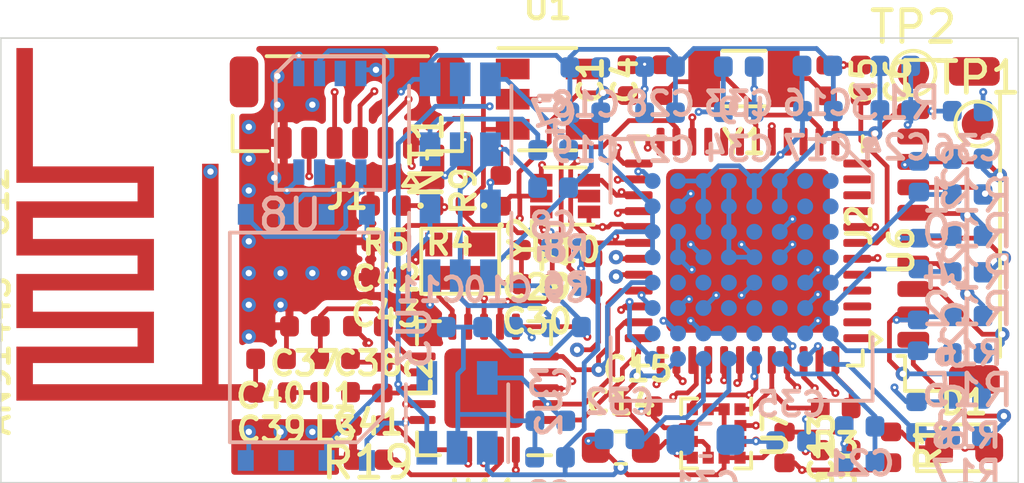
<source format=kicad_pcb>
(kicad_pcb (version 20171130) (host pcbnew "(5.1.5-0-10_14)")
  (layers (0 F.Cu signal) (1 GNDD power) (2 VSSA power) (31 B.Cu mixed) (34 B.Paste user hide) (35 F.Paste user hide) (36 B.SilkS user hide) (37 F.SilkS user hide) (38 B.Mask user hide) (39 F.Mask user hide) (44 Edge.Cuts user))
  (net 0 "")
  (net 1 +BATT)
  (net 2 GNDA)
  (net 3 +1V8)
  (net 4 VDDA)
  (net 5 VSSA)
  (net 6 MISO)
  (net 7 MOSI)
  (net 8 SCK)
  (net 9 LED13)
  (net 10 "Net-(D1-Pad1)")
  (net 11 SDA)
  (net 12 SCL)
  (net 13 "Net-(C4-Pad1)")
  (net 14 ~SHDN)
  (net 15 GNDD)
  (net 16 "Net-(C5-Pad2)")
  (net 17 "Net-(C6-Pad2)")
  (net 18 "Net-(C7-Pad2)")
  (net 19 "Net-(C7-Pad1)")
  (net 20 "Net-(C8-Pad1)")
  (net 21 "Net-(C11-Pad2)")
  (net 22 "Net-(C15-Pad2)")
  (net 23 "Net-(C20-Pad2)")
  (net 24 "Net-(C22-Pad2)")
  (net 25 "Net-(C23-Pad1)")
  (net 26 "Net-(C24-Pad1)")
  (net 27 "Net-(L1-Pad1)")
  (net 28 "Net-(L2-Pad2)")
  (net 29 "Net-(C22-Pad1)")
  (net 30 "Net-(C23-Pad2)")
  (net 31 "Net-(C24-Pad2)")
  (net 32 "Net-(C25-Pad2)")
  (net 33 "Net-(C25-Pad1)")
  (net 34 "Net-(C26-Pad2)")
  (net 35 "Net-(C26-Pad1)")
  (net 36 "Net-(C31-Pad1)")
  (net 37 "Net-(C32-Pad1)")
  (net 38 "Net-(C33-Pad1)")
  (net 39 "Net-(C35-Pad1)")
  (net 40 "Net-(C36-Pad1)")
  (net 41 "Net-(C37-Pad1)")
  (net 42 "Net-(C39-Pad2)")
  (net 43 "Net-(C39-Pad1)")
  (net 44 "Net-(C41-Pad2)")
  (net 45 "Net-(C42-Pad1)")
  (net 46 "Net-(C43-Pad1)")
  (net 47 TEMP)
  (net 48 "Net-(J2-Pad8)")
  (net 49 "Net-(J2-Pad7)")
  (net 50 "Net-(J2-Pad6)")
  (net 51 "Net-(J2-Pad5)")
  (net 52 "Net-(J2-Pad4)")
  (net 53 "Net-(J2-Pad3)")
  (net 54 "Net-(J2-Pad2)")
  (net 55 "Net-(J2-Pad1)")
  (net 56 R_VBATT)
  (net 57 "Net-(R19-Pad1)")
  (net 58 "Net-(U10-Pad4)")
  (net 59 EEG_CS)
  (net 60 NAND_CS)
  (net 61 MAG_INT)
  (net 62 INT2_XL)
  (net 63 INT1_XL)
  (net 64 RF_IRQ)
  (net 65 RF_CSN)
  (net 66 RF_CE)
  (net 67 EEG_START)
  (net 68 EEG_DRDY)
  (net 69 FRAM_CS)
  (net 70 DEBUG)
  (net 71 D+)
  (net 72 D-)
  (net 73 SWDIO)
  (net 74 SWCLK)
  (module TestPoint:TestPoint_Pad_D1.0mm (layer F.Cu) (at 167.7 101.1)
    (fp_text reference TP2 (at 0 -1.448) (layer F.SilkS))
    (fp_text value TestPoint)
    (pad 1 smd circle (at 0 0) (size 1 1) (layers F.Cu F.Mask) (net 73 SWDIO))
  )
  (module TestPoint:TestPoint_Pad_D1.0mm (layer F.Cu) (at 169.725 102.7)
    (fp_text reference TP1 (at 0 -1.448) (layer F.SilkS))
    (fp_text value TestPoint)
    (pad 1 smd circle (at 0 0) (size 1 1) (layers F.Cu F.Mask) (net 74 SWCLK))
  )
  (module "ARBO Parts:AN91445_MG" (layer F.Cu) (at 144.575 106.925 90)
    (fp_text reference U12 (at 1.75 -5.725 90) (layer F.SilkS) (effects (font (size 0.75 0.75))))
    (fp_text value AN91445 (at -3.075 -5.675 90) (layer F.SilkS) (effects (font (size 0.75 0.75))))
    (fp_poly (pts (xy -2.794 -1.27) (xy -2.201333 -1.27) (xy -2.201333 -5.08) (xy -0.508 -5.08) (xy -0.508 -1.27) (xy 0.084667 -1.27) (xy 0.084667 -5.08) (xy 1.778 -5.08) (xy 1.778 -1.27) (xy 2.370667 -1.27) (xy 2.370667 -5.08) (xy 6.604 -5.08) (xy 6.604 -4.572) (xy 2.878667 -4.572) (xy 2.878667 -0.762) (xy 1.27 -0.762) (xy 1.27 -4.572) (xy 0.592667 -4.572) (xy 0.592667 -0.762) (xy -1.016 -0.762) (xy -1.016 -4.572) (xy -1.693333 -4.572) (xy -1.693333 -0.762) (xy -3.302 -0.762) (xy -3.302 -4.572) (xy -3.979333 -4.572) (xy -3.979333 0.762) (xy 2.963333 0.762) (xy 2.963333 1.27) (xy -3.979333 1.27) (xy -3.98 2.12) (xy -4.487333 2.121495) (xy -4.487333 -5.08) (xy -2.794 -5.08) (xy -2.794 -1.27)) (layer F.Cu) (width 0.01))
    (pad 2 thru_hole circle (at 2.72 1.02 90) (size 0.45 0.45) (drill 0.2) (layers *.Cu *.Mask) (net 15 GNDD))
    (pad 1 smd circle (at -4.23 1.97 90) (size 0.25 0.25) (layers F.Cu F.Paste) (net 42 "Net-(C39-Pad2)"))
  )
  (module "ARBO Parts:8-GQFN_FRAM_3.28mm-3.23mm" (layer B.Cu) (at 149.35 102.58)
    (fp_text reference U8 (at -1.25 3 180) (layer B.SilkS) (effects (justify mirror)))
    (fp_text value CY15V104QI-20LPXC)
    (pad 4 smd rect (at 0.975 -1.465) (size 0.35 0.8) (layers B.Cu B.Paste B.Mask) (net 15 GNDD))
    (pad 5 smd rect (at 0.975 1.64) (size 0.35 0.8) (layers B.Cu B.Paste B.Mask) (net 7 MOSI))
    (pad 3 smd rect (at 0.325 -1.465) (size 0.35 0.8) (layers B.Cu B.Paste B.Mask))
    (pad 6 smd rect (at 0.325 1.64) (size 0.35 0.8) (layers B.Cu B.Paste B.Mask) (net 8 SCK))
    (pad 2 smd rect (at -0.325 -1.465) (size 0.35 0.8) (layers B.Cu B.Paste B.Mask) (net 6 MISO))
    (pad 7 smd rect (at -0.325 1.64) (size 0.35 0.8) (layers B.Cu B.Paste B.Mask))
    (pad 1 smd rect (at -0.975 -1.465) (size 0.35 0.8) (layers B.Cu B.Paste B.Mask) (net 69 FRAM_CS))
    (pad 8 smd rect (at -0.975 1.64) (size 0.35 0.8) (layers B.Cu B.Paste B.Mask) (net 3 +1V8))
  )
  (module Resistor_SMD:R_0402_1005Metric (layer F.Cu) (at 150.55 112.2 180)
    (fp_text reference R19 (at 0 -1.17) (layer F.SilkS))
    (fp_text value 22k)
    (pad 2 smd roundrect (at 0.485 0 180) (size 0.59 0.64) (layers F.Cu F.Paste F.Mask) (net 15 GNDD))
    (pad 1 smd roundrect (at -0.485 0 180) (size 0.59 0.64) (layers F.Cu F.Paste F.Mask) (net 57 "Net-(R19-Pad1)"))
  )
  (module Resistor_SMD:R_0402_1005Metric (layer B.Cu) (at 169.41 109.925)
    (fp_text reference R15 (at 0 1.17) (layer B.SilkS) (effects (justify mirror)))
    (fp_text value 4.7k)
    (pad 2 smd roundrect (at 0.485 0) (size 0.59 0.64) (layers B.Cu B.Paste B.Mask) (net 53 "Net-(J2-Pad3)"))
    (pad 1 smd roundrect (at -0.485 0) (size 0.59 0.64) (layers B.Cu B.Paste B.Mask) (net 33 "Net-(C25-Pad1)"))
  )
  (module Resistor_SMD:R_0402_1005Metric (layer B.Cu) (at 169.41 106.225)
    (fp_text reference R14 (at 0 1.17) (layer B.SilkS) (effects (justify mirror)))
    (fp_text value 4.7k)
    (pad 2 smd roundrect (at 0.485 0) (size 0.59 0.64) (layers B.Cu B.Paste B.Mask) (net 50 "Net-(J2-Pad6)"))
    (pad 1 smd roundrect (at -0.485 0) (size 0.59 0.64) (layers B.Cu B.Paste B.Mask) (net 30 "Net-(C23-Pad2)"))
  )
  (module Resistor_SMD:R_0402_1005Metric (layer B.Cu) (at 167.135 100.875)
    (fp_text reference R13 (at 0 1.17) (layer B.SilkS) (effects (justify mirror)))
    (fp_text value 1M)
    (pad 2 smd roundrect (at 0.485 0) (size 0.59 0.64) (layers B.Cu B.Paste B.Mask) (net 31 "Net-(C24-Pad2)"))
    (pad 1 smd roundrect (at -0.485 0) (size 0.59 0.64) (layers B.Cu B.Paste B.Mask) (net 26 "Net-(C24-Pad1)"))
  )
  (module Resistor_SMD:R_0402_1005Metric (layer B.Cu) (at 169.41 107.375)
    (fp_text reference R12 (at 0 1.17) (layer B.SilkS) (effects (justify mirror)))
    (fp_text value 4.7k)
    (pad 2 smd roundrect (at 0.485 0) (size 0.59 0.64) (layers B.Cu B.Paste B.Mask) (net 51 "Net-(J2-Pad5)"))
    (pad 1 smd roundrect (at -0.485 0) (size 0.59 0.64) (layers B.Cu B.Paste B.Mask) (net 25 "Net-(C23-Pad1)"))
  )
  (module Resistor_SMD:R_0402_1005Metric (layer B.Cu) (at 169.41 103.8)
    (fp_text reference R11 (at 0 1.17) (layer B.SilkS) (effects (justify mirror)))
    (fp_text value 4.7k)
    (pad 2 smd roundrect (at 0.485 0) (size 0.59 0.64) (layers B.Cu B.Paste B.Mask) (net 48 "Net-(J2-Pad8)"))
    (pad 1 smd roundrect (at -0.485 0) (size 0.59 0.64) (layers B.Cu B.Paste B.Mask) (net 24 "Net-(C22-Pad2)"))
  )
  (module Resistor_SMD:R_0402_1005Metric (layer B.Cu) (at 169.41 104.925)
    (fp_text reference R10 (at 0 1.17) (layer B.SilkS) (effects (justify mirror)))
    (fp_text value 4.7k)
    (pad 2 smd roundrect (at 0.485 0) (size 0.59 0.64) (layers B.Cu B.Paste B.Mask) (net 49 "Net-(J2-Pad7)"))
    (pad 1 smd roundrect (at -0.485 0) (size 0.59 0.64) (layers B.Cu B.Paste B.Mask) (net 29 "Net-(C22-Pad1)"))
  )
  (module NetTie:NetTie-2_SMD_Pad0.5mm (layer F.Cu) (at 153.6 103.7 90)
    (fp_text reference NT1 (at 0 -1.2 90) (layer F.SilkS))
    (fp_text value Net-Tie_2)
    (fp_poly (pts (xy -0.5 -0.25) (xy 0.5 -0.25) (xy 0.5 0.25) (xy -0.5 0.25)) (layer F.Cu) (width 0))
    (pad 2 smd circle (at 0.5 0 90) (size 0.5 0.5) (layers F.Cu) (net 2 GNDA))
    (pad 1 smd circle (at -0.5 0 90) (size 0.5 0.5) (layers F.Cu) (net 15 GNDD))
  )
  (module Capacitor_SMD:C_0402_1005Metric (layer F.Cu) (at 159.035 111.6)
    (fp_text reference C15 (at 0 -1.17) (layer F.SilkS) (effects (font (size 0.75 0.75))))
    (fp_text value 220nF)
    (pad 2 smd roundrect (at 0.485 0) (size 0.59 0.64) (layers F.Cu F.Paste F.Mask) (net 22 "Net-(C15-Pad2)"))
    (pad 1 smd roundrect (at -0.485 0) (size 0.59 0.64) (layers F.Cu F.Paste F.Mask) (net 15 GNDD))
  )
  (module Capacitor_SMD:C_0402_1005Metric (layer B.Cu) (at 167.8 111.935 90)
    (fp_text reference C26 (at 0 1.17 270) (layer B.SilkS) (effects (font (size 0.75 0.75)) (justify mirror)))
    (fp_text value 4.7nF)
    (pad 2 smd roundrect (at 0.485 0 90) (size 0.59 0.64) (layers B.Cu B.Paste B.Mask) (net 34 "Net-(C26-Pad2)"))
    (pad 1 smd roundrect (at -0.485 0 90) (size 0.59 0.64) (layers B.Cu B.Paste B.Mask) (net 35 "Net-(C26-Pad1)"))
  )
  (module MyAntennas:SXT214 (layer F.Cu) (at 154.125 106.5 270)
    (fp_text reference Y2 (at -0.2 -1.25 90) (layer F.SilkS) (effects (font (size 0.75 0.75))))
    (fp_text value SXT21412AA16)
    (pad 4 smd rect (at 1.05 0 270) (size 0.75 0.85) (layers F.Cu F.Paste F.Mask) (net 15 GNDD))
    (pad 3 smd rect (at 1.05 1.35 270) (size 0.75 0.85) (layers F.Cu F.Paste F.Mask) (net 46 "Net-(C43-Pad1)"))
    (pad 2 smd rect (at 0 1.35 270) (size 0.75 0.85) (layers F.Cu F.Paste F.Mask) (net 15 GNDD))
    (pad 1 smd rect (at 0 0 270) (size 0.75 0.85) (layers F.Cu F.Paste F.Mask) (net 45 "Net-(C42-Pad1)"))
  )
  (module Capacitor_SMD:C_0402_1005Metric (layer B.Cu) (at 163.86 112.7 180)
    (fp_text reference C35 (at 0 1.17) (layer B.SilkS) (effects (font (size 0.75 0.75)) (justify mirror)))
    (fp_text value 1uF)
    (pad 2 smd roundrect (at 0.485 0 180) (size 0.59 0.64) (layers B.Cu B.Paste B.Mask) (net 5 VSSA))
    (pad 1 smd roundrect (at -0.485 0 180) (size 0.59 0.64) (layers B.Cu B.Paste B.Mask) (net 39 "Net-(C35-Pad1)"))
  )
  (module Capacitor_SMD:C_0402_1005Metric (layer B.Cu) (at 162.21 102.325)
    (fp_text reference C34 (at 0 1.17) (layer B.SilkS) (effects (font (size 0.75 0.75)) (justify mirror)))
    (fp_text value 1uF)
    (pad 2 smd roundrect (at 0.485 0) (size 0.59 0.64) (layers B.Cu B.Paste B.Mask) (net 5 VSSA))
    (pad 1 smd roundrect (at -0.485 0) (size 0.59 0.64) (layers B.Cu B.Paste B.Mask) (net 38 "Net-(C33-Pad1)"))
  )
  (module Capacitor_SMD:C_0402_1005Metric (layer B.Cu) (at 162.21 100.9)
    (fp_text reference C33 (at 0 1.17) (layer B.SilkS) (effects (font (size 0.75 0.75)) (justify mirror)))
    (fp_text value 0.1uF)
    (pad 2 smd roundrect (at 0.485 0) (size 0.59 0.64) (layers B.Cu B.Paste B.Mask) (net 5 VSSA))
    (pad 1 smd roundrect (at -0.485 0) (size 0.59 0.64) (layers B.Cu B.Paste B.Mask) (net 38 "Net-(C33-Pad1)"))
  )
  (module Capacitor_SMD:C_0402_1005Metric (layer B.Cu) (at 158.46 112.625 180)
    (fp_text reference C32 (at 0 1.17) (layer B.SilkS) (effects (font (size 0.75 0.75)) (justify mirror)))
    (fp_text value 1uF)
    (pad 2 smd roundrect (at 0.485 0 180) (size 0.59 0.64) (layers B.Cu B.Paste B.Mask) (net 5 VSSA))
    (pad 1 smd roundrect (at -0.485 0 180) (size 0.59 0.64) (layers B.Cu B.Paste B.Mask) (net 37 "Net-(C32-Pad1)"))
  )
  (module Resistor_SMD:R_0402_1005Metric (layer B.Cu) (at 169.36 111.35)
    (fp_text reference R18 (at 0 1.17) (layer B.SilkS) (effects (font (size 0.75 0.75)) (justify mirror)))
    (fp_text value 4.7k)
    (pad 2 smd roundrect (at 0.485 0) (size 0.59 0.64) (layers B.Cu B.Paste B.Mask) (net 54 "Net-(J2-Pad2)"))
    (pad 1 smd roundrect (at -0.485 0) (size 0.59 0.64) (layers B.Cu B.Paste B.Mask) (net 34 "Net-(C26-Pad2)"))
  )
  (module Resistor_SMD:R_0402_1005Metric (layer B.Cu) (at 169.36 112.525)
    (fp_text reference R17 (at 0 1.17) (layer B.SilkS) (effects (font (size 0.75 0.75)) (justify mirror)))
    (fp_text value 4.7k)
    (pad 2 smd roundrect (at 0.485 0) (size 0.59 0.64) (layers B.Cu B.Paste B.Mask) (net 55 "Net-(J2-Pad1)"))
    (pad 1 smd roundrect (at -0.485 0) (size 0.59 0.64) (layers B.Cu B.Paste B.Mask) (net 35 "Net-(C26-Pad1)"))
  )
  (module Resistor_SMD:R_0402_1005Metric (layer B.Cu) (at 169.41 108.75)
    (fp_text reference R16 (at 0 1.17) (layer B.SilkS) (effects (font (size 0.75 0.75)) (justify mirror)))
    (fp_text value 4.7k)
    (pad 2 smd roundrect (at 0.485 0) (size 0.59 0.64) (layers B.Cu B.Paste B.Mask) (net 52 "Net-(J2-Pad4)"))
    (pad 1 smd roundrect (at -0.485 0) (size 0.59 0.64) (layers B.Cu B.Paste B.Mask) (net 32 "Net-(C25-Pad2)"))
  )
  (module LED_SMD:LED_0402_1005Metric (layer F.Cu) (at 154.725 104.81 90)
    (fp_text reference R9 (at 0 -1.17 90) (layer F.SilkS) (effects (font (size 0.75 0.75))))
    (fp_text value 100k)
    (pad 2 smd roundrect (at 0.485 0 90) (size 0.59 0.64) (layers F.Cu F.Paste F.Mask) (net 47 TEMP))
    (pad 1 smd roundrect (at -0.485 0 90) (size 0.59 0.64) (layers F.Cu F.Paste F.Mask) (net 3 +1V8))
  )
  (module LED_SMD:LED_0402_1005Metric (layer F.Cu) (at 151.115 105.275 180)
    (fp_text reference R5 (at 0 -1.17) (layer F.SilkS) (effects (font (size 0.75 0.75))))
    (fp_text value 100k)
    (pad 2 smd roundrect (at 0.485 0 180) (size 0.59 0.64) (layers F.Cu F.Paste F.Mask) (net 15 GNDD))
    (pad 1 smd roundrect (at -0.485 0 180) (size 0.59 0.64) (layers F.Cu F.Paste F.Mask) (net 56 R_VBATT))
  )
  (module LED_SMD:LED_0402_1005Metric (layer F.Cu) (at 153.115 105.275 180)
    (fp_text reference R4 (at 0 -1.17) (layer F.SilkS) (effects (font (size 0.75 0.75))))
    (fp_text value 100k)
    (pad 2 smd roundrect (at 0.485 0 180) (size 0.59 0.64) (layers F.Cu F.Paste F.Mask) (net 56 R_VBATT))
    (pad 1 smd roundrect (at -0.485 0 180) (size 0.59 0.64) (layers F.Cu F.Paste F.Mask) (net 1 +BATT))
  )
  (module Capacitor_SMD:C_0402_1005Metric (layer B.Cu) (at 169.41 102.3)
    (fp_text reference C36 (at 0 1.17) (layer B.SilkS) (effects (font (size 0.75 0.75)) (justify mirror)))
    (fp_text value 1nF)
    (pad 2 smd roundrect (at 0.485 0) (size 0.59 0.64) (layers B.Cu B.Paste B.Mask) (net 5 VSSA))
    (pad 1 smd roundrect (at -0.485 0) (size 0.59 0.64) (layers B.Cu B.Paste B.Mask) (net 40 "Net-(C36-Pad1)"))
  )
  (module Capacitor_SMD:C_0603_1608Metric (layer B.Cu) (at 161.1625 112.65)
    (fp_text reference C31 (at 0 1.43) (layer B.SilkS) (effects (font (size 0.75 0.75)) (justify mirror)))
    (fp_text value 22uF)
    (pad 2 smd roundrect (at 0.7875 0) (size 0.875 0.95) (layers B.Cu B.Paste B.Mask) (net 5 VSSA))
    (pad 1 smd roundrect (at -0.7875 0) (size 0.875 0.95) (layers B.Cu B.Paste B.Mask) (net 36 "Net-(C31-Pad1)"))
  )
  (module Capacitor_SMD:C_0402_1005Metric (layer B.Cu) (at 159.735 100.9)
    (fp_text reference C28 (at 0 1.17) (layer B.SilkS) (effects (font (size 0.75 0.75)) (justify mirror)))
    (fp_text value 0.1uF)
    (pad 2 smd roundrect (at 0.485 0) (size 0.59 0.64) (layers B.Cu B.Paste B.Mask) (net 2 GNDA))
    (pad 1 smd roundrect (at -0.485 0) (size 0.59 0.64) (layers B.Cu B.Paste B.Mask) (net 5 VSSA))
  )
  (module Capacitor_SMD:C_0402_1005Metric (layer B.Cu) (at 159.735 102.35)
    (fp_text reference C27 (at 0 1.17) (layer B.SilkS) (effects (font (size 0.75 0.75)) (justify mirror)))
    (fp_text value 1uF)
    (pad 2 smd roundrect (at 0.485 0) (size 0.59 0.64) (layers B.Cu B.Paste B.Mask) (net 2 GNDA))
    (pad 1 smd roundrect (at -0.485 0) (size 0.59 0.64) (layers B.Cu B.Paste B.Mask) (net 5 VSSA))
  )
  (module Capacitor_SMD:C_0402_1005Metric (layer B.Cu) (at 167.85 109.36 90)
    (fp_text reference C25 (at 0 1.17 270) (layer B.SilkS) (effects (font (size 0.75 0.75)) (justify mirror)))
    (fp_text value 4.7nF)
    (pad 2 smd roundrect (at 0.485 0 90) (size 0.59 0.64) (layers B.Cu B.Paste B.Mask) (net 32 "Net-(C25-Pad2)"))
    (pad 1 smd roundrect (at -0.485 0 90) (size 0.59 0.64) (layers B.Cu B.Paste B.Mask) (net 33 "Net-(C25-Pad1)"))
  )
  (module Capacitor_SMD:C_0402_1005Metric (layer B.Cu) (at 167.135 102.275)
    (fp_text reference C24 (at 0 1.17) (layer B.SilkS) (effects (font (size 0.75 0.75)) (justify mirror)))
    (fp_text value 1000pF)
    (pad 2 smd roundrect (at 0.485 0) (size 0.59 0.64) (layers B.Cu B.Paste B.Mask) (net 31 "Net-(C24-Pad2)"))
    (pad 1 smd roundrect (at -0.485 0) (size 0.59 0.64) (layers B.Cu B.Paste B.Mask) (net 26 "Net-(C24-Pad1)"))
  )
  (module Capacitor_SMD:C_0402_1005Metric (layer B.Cu) (at 167.875 106.785 90)
    (fp_text reference C23 (at 0 1.17 270) (layer B.SilkS) (effects (font (size 0.75 0.75)) (justify mirror)))
    (fp_text value 4.7nF)
    (pad 2 smd roundrect (at 0.485 0 90) (size 0.59 0.64) (layers B.Cu B.Paste B.Mask) (net 30 "Net-(C23-Pad2)"))
    (pad 1 smd roundrect (at -0.485 0 90) (size 0.59 0.64) (layers B.Cu B.Paste B.Mask) (net 25 "Net-(C23-Pad1)"))
  )
  (module Capacitor_SMD:C_0402_1005Metric (layer B.Cu) (at 167.875 104.365 90)
    (fp_text reference C22 (at 0 1.17 270) (layer B.SilkS) (effects (font (size 0.75 0.75)) (justify mirror)))
    (fp_text value 4.7nF)
    (pad 2 smd roundrect (at 0.485 0 90) (size 0.59 0.64) (layers B.Cu B.Paste B.Mask) (net 24 "Net-(C22-Pad2)"))
    (pad 1 smd roundrect (at -0.485 0 90) (size 0.59 0.64) (layers B.Cu B.Paste B.Mask) (net 29 "Net-(C22-Pad1)"))
  )
  (module Capacitor_SMD:C_0402_1005Metric (layer B.Cu) (at 166.01 112.225)
    (fp_text reference C21 (at 0 1.17) (layer B.SilkS) (effects (font (size 0.75 0.75)) (justify mirror)))
    (fp_text value 0.1uF)
    (pad 2 smd roundrect (at 0.485 0) (size 0.59 0.64) (layers B.Cu B.Paste B.Mask) (net 23 "Net-(C20-Pad2)"))
    (pad 1 smd roundrect (at -0.485 0) (size 0.59 0.64) (layers B.Cu B.Paste B.Mask) (net 5 VSSA))
  )
  (module Capacitor_SMD:C_0402_1005Metric (layer B.Cu) (at 166.01 113.325)
    (fp_text reference C20 (at 0 1.17) (layer B.SilkS) (effects (font (size 0.75 0.75)) (justify mirror)))
    (fp_text value 1uF)
    (pad 2 smd roundrect (at 0.485 0) (size 0.59 0.64) (layers B.Cu B.Paste B.Mask) (net 23 "Net-(C20-Pad2)"))
    (pad 1 smd roundrect (at -0.485 0) (size 0.59 0.64) (layers B.Cu B.Paste B.Mask) (net 5 VSSA))
  )
  (module Capacitor_SMD:C_0402_1005Metric (layer B.Cu) (at 157.385 102.35)
    (fp_text reference C19 (at 0 1.17) (layer B.SilkS) (effects (font (size 0.75 0.75)) (justify mirror)))
    (fp_text value 0.1uF)
    (pad 2 smd roundrect (at 0.485 0) (size 0.59 0.64) (layers B.Cu B.Paste B.Mask) (net 3 +1V8))
    (pad 1 smd roundrect (at -0.485 0) (size 0.59 0.64) (layers B.Cu B.Paste B.Mask) (net 2 GNDA))
  )
  (module Capacitor_SMD:C_0402_1005Metric (layer B.Cu) (at 157.385 100.925)
    (fp_text reference C18 (at 0 1.17) (layer B.SilkS) (effects (font (size 0.75 0.75)) (justify mirror)))
    (fp_text value 1uF)
    (pad 2 smd roundrect (at 0.485 0) (size 0.59 0.64) (layers B.Cu B.Paste B.Mask) (net 3 +1V8))
    (pad 1 smd roundrect (at -0.485 0) (size 0.59 0.64) (layers B.Cu B.Paste B.Mask) (net 2 GNDA))
  )
  (module Capacitor_SMD:C_0402_1005Metric (layer B.Cu) (at 164.7 102.3)
    (fp_text reference C17 (at 0 1.17) (layer B.SilkS) (effects (font (size 0.75 0.75)) (justify mirror)))
    (fp_text value 0.1uF)
    (pad 2 smd roundrect (at 0.485 0) (size 0.59 0.64) (layers B.Cu B.Paste B.Mask) (net 2 GNDA))
    (pad 1 smd roundrect (at -0.485 0) (size 0.59 0.64) (layers B.Cu B.Paste B.Mask) (net 4 VDDA))
  )
  (module Capacitor_SMD:C_0402_1005Metric (layer B.Cu) (at 164.685 100.875)
    (fp_text reference C16 (at 0 1.17) (layer B.SilkS) (effects (font (size 0.75 0.75)) (justify mirror)))
    (fp_text value 1uF)
    (pad 2 smd roundrect (at 0.485 0) (size 0.59 0.64) (layers B.Cu B.Paste B.Mask) (net 2 GNDA))
    (pad 1 smd roundrect (at -0.485 0) (size 0.59 0.64) (layers B.Cu B.Paste B.Mask) (net 4 VDDA))
  )
  (module Resistor_SMD:R_0402_1005Metric (layer F.Cu) (at 157.6 107.4 90)
    (fp_text reference R7 (at 0 -1.17 90) (layer F.SilkS) (effects (font (size 0.75 0.75))))
    (fp_text value 4.7k)
    (pad 2 smd roundrect (at 0.485 0 90) (size 0.59 0.64) (layers F.Cu F.Paste F.Mask) (net 15 GNDD))
    (pad 1 smd roundrect (at -0.485 0 90) (size 0.59 0.64) (layers F.Cu F.Paste F.Mask) (net 14 ~SHDN))
  )
  (module Inductor_SMD:L_0402_1005Metric (layer F.Cu) (at 149.515 111.15 180)
    (fp_text reference L3 (at 0 -1.17) (layer F.SilkS) (effects (font (size 0.75 0.75))))
    (fp_text value 3.9nH)
    (pad 2 smd roundrect (at 0.485 0 180) (size 0.59 0.64) (layers F.Cu F.Paste F.Mask) (net 43 "Net-(C39-Pad1)"))
    (pad 1 smd roundrect (at -0.485 0 180) (size 0.59 0.64) (layers F.Cu F.Paste F.Mask) (net 28 "Net-(L2-Pad2)"))
  )
  (module Inductor_SMD:L_0402_1005Metric (layer F.Cu) (at 151 110.69 270)
    (fp_text reference L2 (at 0 -1.17 90) (layer F.SilkS) (effects (font (size 0.75 0.75))))
    (fp_text value 8.2nH)
    (pad 2 smd roundrect (at 0.485 0 270) (size 0.59 0.64) (layers F.Cu F.Paste F.Mask) (net 28 "Net-(L2-Pad2)"))
    (pad 1 smd roundrect (at -0.485 0 270) (size 0.59 0.64) (layers F.Cu F.Paste F.Mask) (net 27 "Net-(L1-Pad1)"))
  )
  (module Inductor_SMD:L_0402_1005Metric (layer F.Cu) (at 149.515 110.1 180)
    (fp_text reference L1 (at 0 -1.17) (layer F.SilkS) (effects (font (size 0.75 0.75))))
    (fp_text value 2.7nH)
    (pad 2 smd roundrect (at 0.485 0 180) (size 0.59 0.64) (layers F.Cu F.Paste F.Mask) (net 41 "Net-(C37-Pad1)"))
    (pad 1 smd roundrect (at -0.485 0 180) (size 0.59 0.64) (layers F.Cu F.Paste F.Mask) (net 27 "Net-(L1-Pad1)"))
  )
  (module Capacitor_SMD:C_0402_1005Metric (layer F.Cu) (at 151.115 107.525 180)
    (fp_text reference C43 (at 0 -1.17) (layer F.SilkS) (effects (font (size 0.75 0.75))))
    (fp_text value 22pF)
    (pad 2 smd roundrect (at 0.485 0 180) (size 0.59 0.64) (layers F.Cu F.Paste F.Mask) (net 15 GNDD))
    (pad 1 smd roundrect (at -0.485 0 180) (size 0.59 0.64) (layers F.Cu F.Paste F.Mask) (net 46 "Net-(C43-Pad1)"))
  )
  (module Capacitor_SMD:C_0402_1005Metric (layer F.Cu) (at 151.125 106.4 180)
    (fp_text reference C42 (at 0 -1.17) (layer F.SilkS) (effects (font (size 0.75 0.75))))
    (fp_text value 22pF)
    (pad 2 smd roundrect (at 0.485 0 180) (size 0.59 0.64) (layers F.Cu F.Paste F.Mask) (net 15 GNDD))
    (pad 1 smd roundrect (at -0.485 0 180) (size 0.59 0.64) (layers F.Cu F.Paste F.Mask) (net 45 "Net-(C42-Pad1)"))
  )
  (module Capacitor_SMD:C_0402_1005Metric (layer F.Cu) (at 150.565 113.275)
    (fp_text reference C41 (at 0 -1.17) (layer F.SilkS) (effects (font (size 0.75 0.75))))
    (fp_text value 33nF)
    (pad 2 smd roundrect (at 0.485 0) (size 0.59 0.64) (layers F.Cu F.Paste F.Mask) (net 44 "Net-(C41-Pad2)"))
    (pad 1 smd roundrect (at -0.485 0) (size 0.59 0.64) (layers F.Cu F.Paste F.Mask) (net 15 GNDD))
  )
  (module Capacitor_SMD:C_0402_1005Metric (layer F.Cu) (at 147.5 110.1 180)
    (fp_text reference C40 (at 0 -1.17) (layer F.SilkS) (effects (font (size 0.75 0.75))))
    (fp_text value 1pF)
    (pad 2 smd roundrect (at 0.485 0 180) (size 0.59 0.64) (layers F.Cu F.Paste F.Mask) (net 42 "Net-(C39-Pad2)"))
    (pad 1 smd roundrect (at -0.485 0 180) (size 0.59 0.64) (layers F.Cu F.Paste F.Mask) (net 15 GNDD))
  )
  (module Capacitor_SMD:C_0402_1005Metric (layer F.Cu) (at 147.515 111.16 180)
    (fp_text reference C39 (at 0 -1.17) (layer F.SilkS) (effects (font (size 0.75 0.75))))
    (fp_text value 1.5pF)
    (pad 2 smd roundrect (at 0.485 0 180) (size 0.59 0.64) (layers F.Cu F.Paste F.Mask) (net 42 "Net-(C39-Pad2)"))
    (pad 1 smd roundrect (at -0.485 0 180) (size 0.59 0.64) (layers F.Cu F.Paste F.Mask) (net 43 "Net-(C39-Pad1)"))
  )
  (module Capacitor_SMD:C_0402_1005Metric (layer F.Cu) (at 150.545 109.07 180)
    (fp_text reference C38 (at 0 -1.17) (layer F.SilkS) (effects (font (size 0.75 0.75))))
    (fp_text value 2.2nF)
    (pad 2 smd roundrect (at 0.485 0 180) (size 0.59 0.64) (layers F.Cu F.Paste F.Mask) (net 15 GNDD))
    (pad 1 smd roundrect (at -0.485 0 180) (size 0.59 0.64) (layers F.Cu F.Paste F.Mask) (net 41 "Net-(C37-Pad1)"))
  )
  (module Capacitor_SMD:C_0402_1005Metric (layer F.Cu) (at 148.565 109.075 180)
    (fp_text reference C37 (at 0 -1.17) (layer F.SilkS) (effects (font (size 0.75 0.75))))
    (fp_text value 4.7pF)
    (pad 2 smd roundrect (at 0.485 0 180) (size 0.59 0.64) (layers F.Cu F.Paste F.Mask) (net 15 GNDD))
    (pad 1 smd roundrect (at -0.485 0 180) (size 0.59 0.64) (layers F.Cu F.Paste F.Mask) (net 41 "Net-(C37-Pad1)"))
  )
  (module Capacitor_SMD:C_0402_1005Metric (layer F.Cu) (at 155.865 107.75 180)
    (fp_text reference C30 (at 0 -1.17) (layer F.SilkS) (effects (font (size 0.75 0.75))))
    (fp_text value 1nF)
    (pad 2 smd roundrect (at 0.485 0 180) (size 0.59 0.64) (layers F.Cu F.Paste F.Mask) (net 15 GNDD))
    (pad 1 smd roundrect (at -0.485 0 180) (size 0.59 0.64) (layers F.Cu F.Paste F.Mask) (net 1 +BATT))
  )
  (module Capacitor_SMD:C_0402_1005Metric (layer F.Cu) (at 155.86 106.675 180)
    (fp_text reference C29 (at 0 -1.17) (layer F.SilkS) (effects (font (size 0.75 0.75))))
    (fp_text value 10nF)
    (pad 2 smd roundrect (at 0.485 0 180) (size 0.59 0.64) (layers F.Cu F.Paste F.Mask) (net 15 GNDD))
    (pad 1 smd roundrect (at -0.485 0 180) (size 0.59 0.64) (layers F.Cu F.Paste F.Mask) (net 1 +BATT))
  )
  (module Package_DFN_QFN:QFN-20-1EP_4x4mm_P0.5mm_EP2.5x2.5mm (layer F.Cu) (at 154.2 111.025 180)
    (fp_text reference U11 (at 0 -3.3) (layer F.SilkS) (effects (font (size 0.75 0.75))))
    (fp_text value nRF24L01P)
    (pad 20 smd roundrect (at -1 -1.9375 180) (size 0.25 0.825) (layers F.Cu F.Paste F.Mask) (net 15 GNDD))
    (pad 19 smd roundrect (at -0.5 -1.9375 180) (size 0.25 0.825) (layers F.Cu F.Paste F.Mask) (net 44 "Net-(C41-Pad2)"))
    (pad 18 smd roundrect (at 0 -1.9375 180) (size 0.25 0.825) (layers F.Cu F.Paste F.Mask) (net 1 +BATT))
    (pad 17 smd roundrect (at 0.5 -1.9375 180) (size 0.25 0.825) (layers F.Cu F.Paste F.Mask) (net 15 GNDD))
    (pad 16 smd roundrect (at 1 -1.9375 180) (size 0.25 0.825) (layers F.Cu F.Paste F.Mask) (net 57 "Net-(R19-Pad1)"))
    (pad 15 smd roundrect (at 1.9375 -1 180) (size 0.825 0.25) (layers F.Cu F.Paste F.Mask) (net 1 +BATT))
    (pad 14 smd roundrect (at 1.9375 -0.5 180) (size 0.825 0.25) (layers F.Cu F.Paste F.Mask) (net 15 GNDD))
    (pad 13 smd roundrect (at 1.9375 0 180) (size 0.825 0.25) (layers F.Cu F.Paste F.Mask) (net 28 "Net-(L2-Pad2)"))
    (pad 12 smd roundrect (at 1.9375 0.5 180) (size 0.825 0.25) (layers F.Cu F.Paste F.Mask) (net 27 "Net-(L1-Pad1)"))
    (pad 11 smd roundrect (at 1.9375 1 180) (size 0.825 0.25) (layers F.Cu F.Paste F.Mask) (net 41 "Net-(C37-Pad1)"))
    (pad 10 smd roundrect (at 1 1.9375 180) (size 0.25 0.825) (layers F.Cu F.Paste F.Mask) (net 46 "Net-(C43-Pad1)"))
    (pad 9 smd roundrect (at 0.5 1.9375 180) (size 0.25 0.825) (layers F.Cu F.Paste F.Mask) (net 45 "Net-(C42-Pad1)"))
    (pad 8 smd roundrect (at 0 1.9375 180) (size 0.25 0.825) (layers F.Cu F.Paste F.Mask) (net 15 GNDD))
    (pad 7 smd roundrect (at -0.5 1.9375 180) (size 0.25 0.825) (layers F.Cu F.Paste F.Mask) (net 1 +BATT))
    (pad 6 smd roundrect (at -1 1.9375 180) (size 0.25 0.825) (layers F.Cu F.Paste F.Mask) (net 64 RF_IRQ))
    (pad 5 smd roundrect (at -1.9375 1 180) (size 0.825 0.25) (layers F.Cu F.Paste F.Mask) (net 6 MISO))
    (pad 4 smd roundrect (at -1.9375 0.5 180) (size 0.825 0.25) (layers F.Cu F.Paste F.Mask) (net 7 MOSI))
    (pad 3 smd roundrect (at -1.9375 0 180) (size 0.825 0.25) (layers F.Cu F.Paste F.Mask) (net 8 SCK))
    (pad 2 smd roundrect (at -1.9375 -0.5 180) (size 0.825 0.25) (layers F.Cu F.Paste F.Mask) (net 65 RF_CSN))
    (pad 1 smd roundrect (at -1.9375 -1 180) (size 0.825 0.25) (layers F.Cu F.Paste F.Mask) (net 66 RF_CE))
    (pad 21 smd roundrect (at 0 0 180) (size 2.5 2.5) (layers F.Cu F.Mask) (roundrect_rratio 0.1))
  )
  (module Package_TO_SOT_SMD:SOT-23-5 (layer B.Cu) (at 153.35 111.8 90)
    (fp_text reference U2 (at 0 2.9 90) (layer B.SilkS) (effects (font (size 0.75 0.75)) (justify mirror)))
    (fp_text value LP5907MFX-1.5)
    (pad 5 smd rect (at 1.1 0.95 90) (size 1.06 0.65) (layers B.Cu B.Paste B.Mask) (net 4 VDDA))
    (pad 4 smd rect (at 1.1 -0.95 90) (size 1.06 0.65) (layers B.Cu B.Paste B.Mask))
    (pad 3 smd rect (at -1.1 -0.95 90) (size 1.06 0.65) (layers B.Cu B.Paste B.Mask) (net 14 ~SHDN))
    (pad 2 smd rect (at -1.1 0 90) (size 1.06 0.65) (layers B.Cu B.Paste B.Mask) (net 2 GNDA))
    (pad 1 smd rect (at -1.1 0.95 90) (size 1.06 0.65) (layers B.Cu B.Paste B.Mask) (net 3 +1V8))
  )
  (module Package_TO_SOT_SMD:SOT-563 (layer F.Cu) (at 156.75 104.975 180)
    (fp_text reference U10 (at 0 -1.7) (layer F.SilkS) (effects (font (size 0.75 0.75))))
    (fp_text value SN74AUP1G98)
    (pad 5 smd rect (at 0.75 0 180) (size 0.7 0.4) (layers F.Cu F.Paste F.Mask) (net 3 +1V8))
    (pad 4 smd rect (at 0.75 0.5 180) (size 0.7 0.4) (layers F.Cu F.Paste F.Mask) (net 58 "Net-(U10-Pad4)"))
    (pad 2 smd rect (at -0.75 0 180) (size 0.7 0.4) (layers F.Cu F.Paste F.Mask) (net 15 GNDD))
    (pad 6 smd rect (at 0.75 -0.5 180) (size 0.7 0.4) (layers F.Cu F.Paste F.Mask) (net 8 SCK))
    (pad 3 smd rect (at -0.75 0.5 180) (size 0.7 0.4) (layers F.Cu F.Paste F.Mask) (net 59 EEG_CS))
    (pad 1 smd rect (at -0.75 -0.5 180) (size 0.7 0.4) (layers F.Cu F.Paste F.Mask) (net 3 +1V8))
  )
  (module Package_DFN_QFN:QFN-48-1EP_7x7mm_P0.5mm_EP5.15x5.15mm (layer F.Cu) (at 162.5 106.7 270)
    (fp_text reference U6 (at 0 -4.82 90) (layer F.SilkS) (effects (font (size 0.75 0.75))))
    (fp_text value ATSAMD21G18A-AUT)
    (pad 48 smd roundrect (at -2.75 -3.4375 270) (size 0.25 0.875) (layers F.Cu F.Paste F.Mask))
    (pad 47 smd roundrect (at -2.25 -3.4375 270) (size 0.25 0.875) (layers F.Cu F.Paste F.Mask))
    (pad 46 smd roundrect (at -1.75 -3.4375 270) (size 0.25 0.875) (layers F.Cu F.Paste F.Mask) (net 73 SWDIO))
    (pad 45 smd roundrect (at -1.25 -3.4375 270) (size 0.25 0.875) (layers F.Cu F.Paste F.Mask) (net 74 SWCLK))
    (pad 44 smd roundrect (at -0.75 -3.4375 270) (size 0.25 0.875) (layers F.Cu F.Paste F.Mask) (net 3 +1V8))
    (pad 43 smd roundrect (at -0.25 -3.4375 270) (size 0.25 0.875) (layers F.Cu F.Paste F.Mask) (net 17 "Net-(C6-Pad2)"))
    (pad 42 smd roundrect (at 0.25 -3.4375 270) (size 0.25 0.875) (layers F.Cu F.Paste F.Mask) (net 15 GNDD))
    (pad 41 smd roundrect (at 0.75 -3.4375 270) (size 0.25 0.875) (layers F.Cu F.Paste F.Mask))
    (pad 40 smd roundrect (at 1.25 -3.4375 270) (size 0.25 0.875) (layers F.Cu F.Paste F.Mask))
    (pad 39 smd roundrect (at 1.75 -3.4375 270) (size 0.25 0.875) (layers F.Cu F.Paste F.Mask))
    (pad 38 smd roundrect (at 2.25 -3.4375 270) (size 0.25 0.875) (layers F.Cu F.Paste F.Mask))
    (pad 37 smd roundrect (at 2.75 -3.4375 270) (size 0.25 0.875) (layers F.Cu F.Paste F.Mask))
    (pad 36 smd roundrect (at 3.4375 -2.75 270) (size 0.875 0.25) (layers F.Cu F.Paste F.Mask) (net 3 +1V8))
    (pad 35 smd roundrect (at 3.4375 -2.25 270) (size 0.875 0.25) (layers F.Cu F.Paste F.Mask) (net 15 GNDD))
    (pad 34 smd roundrect (at 3.4375 -1.75 270) (size 0.875 0.25) (layers F.Cu F.Paste F.Mask) (net 71 D+))
    (pad 33 smd roundrect (at 3.4375 -1.25 270) (size 0.875 0.25) (layers F.Cu F.Paste F.Mask) (net 72 D-))
    (pad 32 smd roundrect (at 3.4375 -0.75 270) (size 0.875 0.25) (layers F.Cu F.Paste F.Mask) (net 12 SCL))
    (pad 31 smd roundrect (at 3.4375 -0.25 270) (size 0.875 0.25) (layers F.Cu F.Paste F.Mask) (net 11 SDA))
    (pad 30 smd roundrect (at 3.4375 0.25 270) (size 0.875 0.25) (layers F.Cu F.Paste F.Mask) (net 63 INT1_XL))
    (pad 29 smd roundrect (at 3.4375 0.75 270) (size 0.875 0.25) (layers F.Cu F.Paste F.Mask) (net 62 INT2_XL))
    (pad 28 smd roundrect (at 3.4375 1.25 270) (size 0.875 0.25) (layers F.Cu F.Paste F.Mask) (net 61 MAG_INT))
    (pad 27 smd roundrect (at 3.4375 1.75 270) (size 0.875 0.25) (layers F.Cu F.Paste F.Mask) (net 70 DEBUG))
    (pad 26 smd roundrect (at 3.4375 2.25 270) (size 0.875 0.25) (layers F.Cu F.Paste F.Mask) (net 9 LED13))
    (pad 25 smd roundrect (at 3.4375 2.75 270) (size 0.875 0.25) (layers F.Cu F.Paste F.Mask) (net 64 RF_IRQ))
    (pad 24 smd roundrect (at 2.75 3.4375 270) (size 0.25 0.875) (layers F.Cu F.Paste F.Mask) (net 66 RF_CE))
    (pad 23 smd roundrect (at 2.25 3.4375 270) (size 0.25 0.875) (layers F.Cu F.Paste F.Mask) (net 65 RF_CSN))
    (pad 22 smd roundrect (at 1.75 3.4375 270) (size 0.25 0.875) (layers F.Cu F.Paste F.Mask) (net 67 EEG_START))
    (pad 21 smd roundrect (at 1.25 3.4375 270) (size 0.25 0.875) (layers F.Cu F.Paste F.Mask) (net 6 MISO))
    (pad 20 smd roundrect (at 0.75 3.4375 270) (size 0.25 0.875) (layers F.Cu F.Paste F.Mask) (net 8 SCK))
    (pad 19 smd roundrect (at 0.25 3.4375 270) (size 0.25 0.875) (layers F.Cu F.Paste F.Mask) (net 7 MOSI))
    (pad 18 smd roundrect (at -0.25 3.4375 270) (size 0.25 0.875) (layers F.Cu F.Paste F.Mask) (net 15 GNDD))
    (pad 17 smd roundrect (at -0.75 3.4375 270) (size 0.25 0.875) (layers F.Cu F.Paste F.Mask) (net 3 +1V8))
    (pad 16 smd roundrect (at -1.25 3.4375 270) (size 0.25 0.875) (layers F.Cu F.Paste F.Mask) (net 68 EEG_DRDY))
    (pad 15 smd roundrect (at -1.75 3.4375 270) (size 0.25 0.875) (layers F.Cu F.Paste F.Mask) (net 59 EEG_CS))
    (pad 14 smd roundrect (at -2.25 3.4375 270) (size 0.25 0.875) (layers F.Cu F.Paste F.Mask) (net 60 NAND_CS))
    (pad 13 smd roundrect (at -2.75 3.4375 270) (size 0.25 0.875) (layers F.Cu F.Paste F.Mask) (net 69 FRAM_CS))
    (pad 12 smd roundrect (at -3.4375 2.75 270) (size 0.875 0.25) (layers F.Cu F.Paste F.Mask) (net 56 R_VBATT))
    (pad 11 smd roundrect (at -3.4375 2.25 270) (size 0.875 0.25) (layers F.Cu F.Paste F.Mask) (net 14 ~SHDN))
    (pad 10 smd roundrect (at -3.4375 1.75 270) (size 0.875 0.25) (layers F.Cu F.Paste F.Mask) (net 47 TEMP))
    (pad 9 smd roundrect (at -3.4375 1.25 270) (size 0.875 0.25) (layers F.Cu F.Paste F.Mask))
    (pad 8 smd roundrect (at -3.4375 0.75 270) (size 0.875 0.25) (layers F.Cu F.Paste F.Mask))
    (pad 7 smd roundrect (at -3.4375 0.25 270) (size 0.875 0.25) (layers F.Cu F.Paste F.Mask))
    (pad 6 smd roundrect (at -3.4375 -0.25 270) (size 0.875 0.25) (layers F.Cu F.Paste F.Mask) (net 3 +1V8))
    (pad 5 smd roundrect (at -3.4375 -0.75 270) (size 0.875 0.25) (layers F.Cu F.Paste F.Mask) (net 15 GNDD))
    (pad 4 smd roundrect (at -3.4375 -1.25 270) (size 0.875 0.25) (layers F.Cu F.Paste F.Mask))
    (pad 3 smd roundrect (at -3.4375 -1.75 270) (size 0.875 0.25) (layers F.Cu F.Paste F.Mask))
    (pad 2 smd roundrect (at -3.4375 -2.25 270) (size 0.875 0.25) (layers F.Cu F.Paste F.Mask) (net 13 "Net-(C4-Pad1)"))
    (pad 1 smd roundrect (at -3.4375 -2.75 270) (size 0.875 0.25) (layers F.Cu F.Paste F.Mask) (net 16 "Net-(C5-Pad2)"))
    (pad 49 smd roundrect (at 0 0 270) (size 5.15 5.15) (layers F.Cu F.Mask) (roundrect_rratio 0.048544))
  )
  (module "ARBO Parts:BGA-64_8x8_8.0x8.0mm_ADS129x" (layer B.Cu) (at 162.3 107.3 180)
    (fp_text reference U9 (at 0 5 180) (layer B.SilkS) (effects (font (size 0.75 0.75)) (justify mirror)))
    (fp_text value ADS1294)
    (pad 8H smd circle (at 2.8 -2.8 180) (size 0.5 0.5) (layers B.Cu B.Paste B.Mask) (net 7 MOSI))
    (pad 8G smd circle (at 2.8 -2 180) (size 0.5 0.5) (layers B.Cu B.Paste B.Mask))
    (pad 8F smd circle (at 2.8 -1.2 180) (size 0.5 0.5) (layers B.Cu B.Paste B.Mask) (net 58 "Net-(U10-Pad4)"))
    (pad 8E smd circle (at 2.8 -0.4 180) (size 0.5 0.5) (layers B.Cu B.Paste B.Mask) (net 6 MISO))
    (pad 8D smd circle (at 2.8 0.4 180) (size 0.5 0.5) (layers B.Cu B.Paste B.Mask) (net 3 +1V8))
    (pad 8C smd circle (at 2.8 1.2 180) (size 0.5 0.5) (layers B.Cu B.Paste B.Mask) (net 3 +1V8))
    (pad 8B smd circle (at 2.8 2 180) (size 0.5 0.5) (layers B.Cu B.Paste B.Mask) (net 3 +1V8))
    (pad 8A smd circle (at 2.8 2.8 180) (size 0.5 0.5) (layers B.Cu B.Paste B.Mask) (net 5 VSSA))
    (pad 7H smd circle (at 2 -2.8 180) (size 0.5 0.5) (layers B.Cu B.Paste B.Mask) (net 15 GNDD))
    (pad 7G smd circle (at 2 -2 180) (size 0.5 0.5) (layers B.Cu B.Paste B.Mask) (net 67 EEG_START))
    (pad 7F smd circle (at 2 -1.2 180) (size 0.5 0.5) (layers B.Cu B.Paste B.Mask) (net 59 EEG_CS))
    (pad 7E smd circle (at 2 -0.4 180) (size 0.5 0.5) (layers B.Cu B.Paste B.Mask))
    (pad 7D smd circle (at 2 0.4 180) (size 0.5 0.5) (layers B.Cu B.Paste B.Mask) (net 15 GNDD))
    (pad 7C smd circle (at 2 1.2 180) (size 0.5 0.5) (layers B.Cu B.Paste B.Mask) (net 15 GNDD))
    (pad 7B smd circle (at 2 2 180) (size 0.5 0.5) (layers B.Cu B.Paste B.Mask) (net 38 "Net-(C33-Pad1)"))
    (pad 7A smd circle (at 2 2.8 180) (size 0.5 0.5) (layers B.Cu B.Paste B.Mask) (net 4 VDDA))
    (pad 6H smd circle (at 1.2 -2.8 180) (size 0.5 0.5) (layers B.Cu B.Paste B.Mask) (net 37 "Net-(C32-Pad1)"))
    (pad 6G smd circle (at 1.2 -2 180) (size 0.5 0.5) (layers B.Cu B.Paste B.Mask) (net 14 ~SHDN))
    (pad 6F smd circle (at 1.2 -1.2 180) (size 0.5 0.5) (layers B.Cu B.Paste B.Mask) (net 15 GNDD))
    (pad 6E smd circle (at 1.2 -0.4 180) (size 0.5 0.5) (layers B.Cu B.Paste B.Mask))
    (pad 6D smd circle (at 1.2 0.4 180) (size 0.5 0.5) (layers B.Cu B.Paste B.Mask) (net 68 EEG_DRDY))
    (pad 6C smd circle (at 1.2 1.2 180) (size 0.5 0.5) (layers B.Cu B.Paste B.Mask) (net 4 VDDA))
    (pad 6B smd circle (at 1.2 2 180) (size 0.5 0.5) (layers B.Cu B.Paste B.Mask) (net 4 VDDA))
    (pad 6A smd circle (at 1.2 2.8 180) (size 0.5 0.5) (layers B.Cu B.Paste B.Mask) (net 4 VDDA))
    (pad 5H smd circle (at 0.4 -2.8 180) (size 0.5 0.5) (layers B.Cu B.Paste B.Mask) (net 36 "Net-(C31-Pad1)"))
    (pad 5G smd circle (at 0.4 -2 180) (size 0.5 0.5) (layers B.Cu B.Paste B.Mask) (net 14 ~SHDN))
    (pad 5F smd circle (at 0.4 -1.2 180) (size 0.5 0.5) (layers B.Cu B.Paste B.Mask))
    (pad 5E smd circle (at 0.4 -0.4 180) (size 0.5 0.5) (layers B.Cu B.Paste B.Mask))
    (pad 5D smd circle (at 0.4 0.4 180) (size 0.5 0.5) (layers B.Cu B.Paste B.Mask) (net 5 VSSA))
    (pad 5C smd circle (at 0.4 1.2 180) (size 0.5 0.5) (layers B.Cu B.Paste B.Mask) (net 5 VSSA))
    (pad 5B smd circle (at 0.4 2 180) (size 0.5 0.5) (layers B.Cu B.Paste B.Mask) (net 5 VSSA))
    (pad 5A smd circle (at 0.4 2.8 180) (size 0.5 0.5) (layers B.Cu B.Paste B.Mask) (net 5 VSSA))
    (pad 4H smd circle (at -0.4 -2.8 180) (size 0.5 0.5) (layers B.Cu B.Paste B.Mask) (net 5 VSSA))
    (pad 4G smd circle (at -0.4 -2 180) (size 0.5 0.5) (layers B.Cu B.Paste B.Mask))
    (pad 4F smd circle (at -0.4 -1.2 180) (size 0.5 0.5) (layers B.Cu B.Paste B.Mask))
    (pad 4E smd circle (at -0.4 -0.4 180) (size 0.5 0.5) (layers B.Cu B.Paste B.Mask) (net 15 GNDD))
    (pad 4D smd circle (at -0.4 0.4 180) (size 0.5 0.5) (layers B.Cu B.Paste B.Mask) (net 5 VSSA))
    (pad 4C smd circle (at -0.4 1.2 180) (size 0.5 0.5) (layers B.Cu B.Paste B.Mask))
    (pad 4B smd circle (at -0.4 2 180) (size 0.5 0.5) (layers B.Cu B.Paste B.Mask) (net 4 VDDA))
    (pad 4A smd circle (at -0.4 2.8 180) (size 0.5 0.5) (layers B.Cu B.Paste B.Mask) (net 4 VDDA))
    (pad 3H smd circle (at -1.2 -2.8 180) (size 0.5 0.5) (layers B.Cu B.Paste B.Mask) (net 23 "Net-(C20-Pad2)"))
    (pad 3G smd circle (at -1.2 -2 180) (size 0.5 0.5) (layers B.Cu B.Paste B.Mask) (net 39 "Net-(C35-Pad1)"))
    (pad 3F smd circle (at -1.2 -1.2 180) (size 0.5 0.5) (layers B.Cu B.Paste B.Mask))
    (pad 3E smd circle (at -1.2 -0.4 180) (size 0.5 0.5) (layers B.Cu B.Paste B.Mask))
    (pad 3D smd circle (at -1.2 0.4 180) (size 0.5 0.5) (layers B.Cu B.Paste B.Mask) (net 40 "Net-(C36-Pad1)"))
    (pad 3C smd circle (at -1.2 1.2 180) (size 0.5 0.5) (layers B.Cu B.Paste B.Mask) (net 31 "Net-(C24-Pad2)"))
    (pad 3B smd circle (at -1.2 2 180) (size 0.5 0.5) (layers B.Cu B.Paste B.Mask) (net 26 "Net-(C24-Pad1)"))
    (pad 3A smd circle (at -1.2 2.8 180) (size 0.5 0.5) (layers B.Cu B.Paste B.Mask) (net 26 "Net-(C24-Pad1)"))
    (pad 2H smd circle (at -2 -2.8 180) (size 0.5 0.5) (layers B.Cu B.Paste B.Mask) (net 34 "Net-(C26-Pad2)"))
    (pad 2G smd circle (at -2 -2 180) (size 0.5 0.5) (layers B.Cu B.Paste B.Mask) (net 32 "Net-(C25-Pad2)"))
    (pad 2F smd circle (at -2 -1.2 180) (size 0.5 0.5) (layers B.Cu B.Paste B.Mask) (net 30 "Net-(C23-Pad2)"))
    (pad 2E smd circle (at -2 -0.4 180) (size 0.5 0.5) (layers B.Cu B.Paste B.Mask) (net 24 "Net-(C22-Pad2)"))
    (pad 2D smd circle (at -2 0.4 180) (size 0.5 0.5) (layers B.Cu B.Paste B.Mask))
    (pad 2C smd circle (at -2 1.2 180) (size 0.5 0.5) (layers B.Cu B.Paste B.Mask))
    (pad 2B smd circle (at -2 2 180) (size 0.5 0.5) (layers B.Cu B.Paste B.Mask))
    (pad 2A smd circle (at -2 2.8 180) (size 0.5 0.5) (layers B.Cu B.Paste B.Mask))
    (pad 1H smd circle (at -2.8 -2.8 180) (size 0.5 0.5) (layers B.Cu B.Paste B.Mask) (net 35 "Net-(C26-Pad1)"))
    (pad 1G smd circle (at -2.8 -2 180) (size 0.5 0.5) (layers B.Cu B.Paste B.Mask) (net 33 "Net-(C25-Pad1)"))
    (pad 1F smd circle (at -2.8 -1.2 180) (size 0.5 0.5) (layers B.Cu B.Paste B.Mask) (net 25 "Net-(C23-Pad1)"))
    (pad 1E smd circle (at -2.8 -0.4 180) (size 0.5 0.5) (layers B.Cu B.Paste B.Mask) (net 29 "Net-(C22-Pad1)"))
    (pad 1D smd circle (at -2.8 0.4 180) (size 0.5 0.5) (layers B.Cu B.Paste B.Mask))
    (pad 1C smd circle (at -2.8 1.2 180) (size 0.5 0.5) (layers B.Cu B.Paste B.Mask))
    (pad 1B smd circle (at -2.8 2 180) (size 0.5 0.5) (layers B.Cu B.Paste B.Mask))
    (pad 1A smd circle (at -2.8 2.8 180) (size 0.5 0.5) (layers B.Cu B.Paste B.Mask))
  )
  (module Package_LGA:LGA-12_2x2mm_P0.5mm (layer F.Cu) (at 161.5 112.45 270)
    (fp_text reference U7 (at 0 -1.85 90) (layer F.SilkS) (effects (font (size 0.75 0.75))))
    (fp_text value LSM303AGR)
    (pad 12 smd rect (at -0.25 -0.7625) (size 0.375 0.35) (layers F.Cu F.Paste F.Mask) (net 63 INT1_XL))
    (pad 11 smd rect (at 0.25 -0.7625) (size 0.375 0.35) (layers F.Cu F.Paste F.Mask) (net 62 INT2_XL))
    (pad 6 smd rect (at 0.25 0.7625) (size 0.375 0.35) (layers F.Cu F.Paste F.Mask) (net 15 GNDD))
    (pad 5 smd rect (at -0.25 0.7625) (size 0.375 0.35) (layers F.Cu F.Paste F.Mask) (net 22 "Net-(C15-Pad2)"))
    (pad 10 smd rect (at 0.7625 -0.75 270) (size 0.375 0.35) (layers F.Cu F.Paste F.Mask) (net 3 +1V8))
    (pad 1 smd rect (at -0.7625 -0.75 270) (size 0.375 0.35) (layers F.Cu F.Paste F.Mask) (net 12 SCL))
    (pad 7 smd rect (at 0.7625 0.75 270) (size 0.375 0.35) (layers F.Cu F.Paste F.Mask) (net 61 MAG_INT))
    (pad 4 smd rect (at -0.7625 0.75 270) (size 0.375 0.35) (layers F.Cu F.Paste F.Mask) (net 11 SDA))
    (pad 8 smd rect (at 0.7625 0.25 270) (size 0.375 0.35) (layers F.Cu F.Paste F.Mask) (net 15 GNDD))
    (pad 9 smd rect (at 0.7625 -0.25 270) (size 0.375 0.35) (layers F.Cu F.Paste F.Mask) (net 3 +1V8))
    (pad 3 smd rect (at -0.7625 0.25 270) (size 0.375 0.35) (layers F.Cu F.Paste F.Mask) (net 3 +1V8))
    (pad 2 smd rect (at -0.7625 -0.25 270) (size 0.375 0.35) (layers F.Cu F.Paste F.Mask) (net 3 +1V8))
  )
  (module "ARBO Parts:8x6mm_WSON_UTSO" (layer B.Cu) (at 148.61 109.425 180)
    (fp_text reference U3 (at -3.405 0 90) (layer B.SilkS) (effects (justify mirror)))
    (fp_text value "MT29F2G01ABBGDWB-IT:G TR")
    (pad 4 smd rect (at 1.905 -3.875 180) (size 0.5 0.65) (layers B.Cu B.Paste B.Mask) (net 15 GNDD))
    (pad 5 smd rect (at 1.905 3.875 180) (size 0.5 0.65) (layers B.Cu B.Paste B.Mask) (net 7 MOSI))
    (pad 3 smd rect (at 0.635 -3.875 180) (size 0.5 0.65) (layers B.Cu B.Paste B.Mask))
    (pad 6 smd rect (at 0.635 3.875 180) (size 0.5 0.65) (layers B.Cu B.Paste B.Mask) (net 8 SCK))
    (pad 2 smd rect (at -0.635 -3.875 180) (size 0.5 0.65) (layers B.Cu B.Paste B.Mask) (net 6 MISO))
    (pad 7 smd rect (at -0.635 3.875 180) (size 0.5 0.65) (layers B.Cu B.Paste B.Mask))
    (pad 1 smd rect (at -1.905 -3.875 180) (size 0.5 0.65) (layers B.Cu B.Paste B.Mask) (net 60 NAND_CS))
    (pad 8 smd rect (at -1.905 3.875 180) (size 0.5 0.65) (layers B.Cu B.Paste B.Mask) (net 3 +1V8))
  )
  (module Package_TO_SOT_SMD:SOT-23-5 (layer B.Cu) (at 153.45 106.4 90)
    (fp_text reference U5 (at 0 2.9 90) (layer B.SilkS) (effects (font (size 0.75 0.75)) (justify mirror)))
    (fp_text value TPS72301DDCT)
    (pad 5 smd rect (at 1.1 0.95 90) (size 1.06 0.65) (layers B.Cu B.Paste B.Mask) (net 5 VSSA))
    (pad 4 smd rect (at 1.1 -0.95 90) (size 1.06 0.65) (layers B.Cu B.Paste B.Mask) (net 21 "Net-(C11-Pad2)"))
    (pad 3 smd rect (at -1.1 -0.95 90) (size 1.06 0.65) (layers B.Cu B.Paste B.Mask) (net 14 ~SHDN))
    (pad 2 smd rect (at -1.1 0 90) (size 1.06 0.65) (layers B.Cu B.Paste B.Mask) (net 20 "Net-(C8-Pad1)"))
    (pad 1 smd rect (at -1.1 0.95 90) (size 1.06 0.65) (layers B.Cu B.Paste B.Mask) (net 2 GNDA))
  )
  (module Package_TO_SOT_SMD:SOT-23-5 (layer F.Cu) (at 156.2 101.925)
    (fp_text reference U1 (at 0 -2.9) (layer F.SilkS) (effects (font (size 0.75 0.75))))
    (fp_text value LP5907MFX-1.8)
    (pad 5 smd rect (at 1.1 -0.95) (size 1.06 0.65) (layers F.Cu F.Paste F.Mask) (net 3 +1V8))
    (pad 4 smd rect (at 1.1 0.95) (size 1.06 0.65) (layers F.Cu F.Paste F.Mask))
    (pad 3 smd rect (at -1.1 0.95) (size 1.06 0.65) (layers F.Cu F.Paste F.Mask) (net 1 +BATT))
    (pad 2 smd rect (at -1.1 0) (size 1.06 0.65) (layers F.Cu F.Paste F.Mask) (net 15 GNDD))
    (pad 1 smd rect (at -1.1 -0.95) (size 1.06 0.65) (layers F.Cu F.Paste F.Mask) (net 1 +BATT))
  )
  (module Package_TO_SOT_SMD:SOT-23-6 (layer B.Cu) (at 153.45 102.4 90)
    (fp_text reference U4 (at 0 2.9 90) (layer B.SilkS) (effects (font (size 0.75 0.75)) (justify mirror)))
    (fp_text value MAX1720)
    (pad 5 smd rect (at 1.1 0 90) (size 1.06 0.65) (layers B.Cu B.Paste B.Mask) (net 14 ~SHDN))
    (pad 6 smd rect (at 1.1 0.95 90) (size 1.06 0.65) (layers B.Cu B.Paste B.Mask) (net 19 "Net-(C7-Pad1)"))
    (pad 4 smd rect (at 1.1 -0.95 90) (size 1.06 0.65) (layers B.Cu B.Paste B.Mask) (net 2 GNDA))
    (pad 3 smd rect (at -1.1 -0.95 90) (size 1.06 0.65) (layers B.Cu B.Paste B.Mask) (net 18 "Net-(C7-Pad2)"))
    (pad 2 smd rect (at -1.1 0 90) (size 1.06 0.65) (layers B.Cu B.Paste B.Mask) (net 1 +BATT))
    (pad 1 smd rect (at -1.1 0.95 90) (size 1.06 0.65) (layers B.Cu B.Paste B.Mask) (net 20 "Net-(C8-Pad1)"))
  )
  (module Resistor_SMD:R_0402_1005Metric (layer F.Cu) (at 165.26 111.65 180)
    (fp_text reference R3 (at 0 -1.17) (layer F.SilkS) (effects (font (size 0.75 0.75))))
    (fp_text value 4.7k)
    (pad 2 smd roundrect (at 0.485 0 180) (size 0.59 0.64) (layers F.Cu F.Paste F.Mask) (net 12 SCL))
    (pad 1 smd roundrect (at -0.485 0 180) (size 0.59 0.64) (layers F.Cu F.Paste F.Mask) (net 3 +1V8))
  )
  (module Resistor_SMD:R_0402_1005Metric (layer F.Cu) (at 165.26 112.975 180)
    (fp_text reference R2 (at 0 -1.17) (layer F.SilkS) (effects (font (size 0.75 0.75))))
    (fp_text value 4.7k)
    (pad 2 smd roundrect (at 0.485 0 180) (size 0.59 0.64) (layers F.Cu F.Paste F.Mask) (net 11 SDA))
    (pad 1 smd roundrect (at -0.485 0 180) (size 0.59 0.64) (layers F.Cu F.Paste F.Mask) (net 3 +1V8))
  )
  (module Resistor_SMD:R_0402_1005Metric (layer B.Cu) (at 156.775 106.625)
    (fp_text reference R6 (at 0 1.17) (layer B.SilkS) (effects (font (size 0.75 0.75)) (justify mirror)))
    (fp_text value 33k)
    (pad 2 smd roundrect (at 0.485 0) (size 0.59 0.64) (layers B.Cu B.Paste B.Mask) (net 21 "Net-(C11-Pad2)"))
    (pad 1 smd roundrect (at -0.485 0) (size 0.59 0.64) (layers B.Cu B.Paste B.Mask) (net 5 VSSA))
  )
  (module Connector_Hirose:Hirose_DF52-6S-0.8H_1x06-1MP_P0.80mm_Horizontal (layer F.Cu) (at 149.9 102.19 180)
    (fp_text reference J1 (at 0 -2.81) (layer F.SilkS) (effects (font (size 0.75 0.75))))
    (fp_text value "Board to Board")
    (pad MP smd roundrect (at 3.25 0.81 180) (size 0.9 1.6) (layers F.Cu F.Paste F.Mask))
    (pad MP smd roundrect (at -3.25 0.81 180) (size 0.9 1.6) (layers F.Cu F.Paste F.Mask))
    (pad 6 smd roundrect (at 2 -1.11 180) (size 0.5 1) (layers F.Cu F.Paste F.Mask) (net 15 GNDD))
    (pad 5 smd roundrect (at 1.2 -1.11 180) (size 0.5 1) (layers F.Cu F.Paste F.Mask) (net 70 DEBUG))
    (pad 4 smd roundrect (at 0.4 -1.11 180) (size 0.5 1) (layers F.Cu F.Paste F.Mask) (net 47 TEMP))
    (pad 3 smd roundrect (at -0.4 -1.11 180) (size 0.5 1) (layers F.Cu F.Paste F.Mask) (net 71 D+))
    (pad 2 smd roundrect (at -1.2 -1.11 180) (size 0.5 1) (layers F.Cu F.Paste F.Mask) (net 72 D-))
    (pad 1 smd roundrect (at -2 -1.11 180) (size 0.5 1) (layers F.Cu F.Paste F.Mask) (net 1 +BATT))
  )
  (module Connector_Hirose:Hirose_DF52-10S-0.8H_1x10-1MP_P0.80mm_Horizontal (layer F.Cu) (at 168.81 105.9 90)
    (fp_text reference J2 (at 0 -2.81 90) (layer F.SilkS) (effects (font (size 0.75 0.75))))
    (fp_text value Conn_01x10_Female)
    (pad MP smd roundrect (at 4.85 0.81 90) (size 0.9 1.6) (layers F.Cu F.Paste F.Mask))
    (pad MP smd roundrect (at -4.85 0.81 90) (size 0.9 1.6) (layers F.Cu F.Paste F.Mask))
    (pad 10 smd roundrect (at 3.6 -1.11 90) (size 0.5 1) (layers F.Cu F.Paste F.Mask) (net 26 "Net-(C24-Pad1)"))
    (pad 9 smd roundrect (at 2.8 -1.11 90) (size 0.5 1) (layers F.Cu F.Paste F.Mask))
    (pad 8 smd roundrect (at 2 -1.11 90) (size 0.5 1) (layers F.Cu F.Paste F.Mask) (net 48 "Net-(J2-Pad8)"))
    (pad 7 smd roundrect (at 1.2 -1.11 90) (size 0.5 1) (layers F.Cu F.Paste F.Mask) (net 49 "Net-(J2-Pad7)"))
    (pad 6 smd roundrect (at 0.4 -1.11 90) (size 0.5 1) (layers F.Cu F.Paste F.Mask) (net 50 "Net-(J2-Pad6)"))
    (pad 5 smd roundrect (at -0.4 -1.11 90) (size 0.5 1) (layers F.Cu F.Paste F.Mask) (net 51 "Net-(J2-Pad5)"))
    (pad 4 smd roundrect (at -1.2 -1.11 90) (size 0.5 1) (layers F.Cu F.Paste F.Mask) (net 52 "Net-(J2-Pad4)"))
    (pad 3 smd roundrect (at -2 -1.11 90) (size 0.5 1) (layers F.Cu F.Paste F.Mask) (net 53 "Net-(J2-Pad3)"))
    (pad 2 smd roundrect (at -2.8 -1.11 90) (size 0.5 1) (layers F.Cu F.Paste F.Mask) (net 54 "Net-(J2-Pad2)"))
    (pad 1 smd roundrect (at -3.6 -1.11 90) (size 0.5 1) (layers F.Cu F.Paste F.Mask) (net 55 "Net-(J2-Pad1)"))
  )
  (module Capacitor_SMD:C_0402_1005Metric (layer F.Cu) (at 166.05 101.335 270)
    (fp_text reference C6 (at 0 -1.17 90) (layer F.SilkS) (effects (font (size 0.75 0.75))))
    (fp_text value 1uF)
    (pad 2 smd roundrect (at 0.485 0 270) (size 0.59 0.64) (layers F.Cu F.Paste F.Mask) (net 17 "Net-(C6-Pad2)"))
    (pad 1 smd roundrect (at -0.485 0 270) (size 0.59 0.64) (layers F.Cu F.Paste F.Mask) (net 15 GNDD))
  )
  (module Capacitor_SMD:C_0402_1005Metric (layer F.Cu) (at 164.975 101.335 270)
    (fp_text reference C5 (at 0 -1.17 90) (layer F.SilkS) (effects (font (size 0.75 0.75))))
    (fp_text value 22pF)
    (pad 2 smd roundrect (at 0.485 0 270) (size 0.59 0.64) (layers F.Cu F.Paste F.Mask) (net 16 "Net-(C5-Pad2)"))
    (pad 1 smd roundrect (at -0.485 0 270) (size 0.59 0.64) (layers F.Cu F.Paste F.Mask) (net 15 GNDD))
  )
  (module Capacitor_SMD:C_0402_1005Metric (layer F.Cu) (at 159.8 101.325 90)
    (fp_text reference C4 (at 0 -1.17 90) (layer F.SilkS) (effects (font (size 0.75 0.75))))
    (fp_text value 22pF)
    (pad 2 smd roundrect (at 0.485 0 90) (size 0.59 0.64) (layers F.Cu F.Paste F.Mask) (net 15 GNDD))
    (pad 1 smd roundrect (at -0.485 0 90) (size 0.59 0.64) (layers F.Cu F.Paste F.Mask) (net 13 "Net-(C4-Pad1)"))
  )
  (module Capacitor_SMD:C_0402_1005Metric (layer F.Cu) (at 163.65 112.89 270)
    (fp_text reference C13 (at 0 -1.17 90) (layer F.SilkS) (effects (font (size 0.75 0.75))))
    (fp_text value 0.1uF)
    (pad 2 smd roundrect (at 0.485 0 270) (size 0.59 0.64) (layers F.Cu F.Paste F.Mask) (net 15 GNDD))
    (pad 1 smd roundrect (at -0.485 0 270) (size 0.59 0.64) (layers F.Cu F.Paste F.Mask) (net 3 +1V8))
  )
  (module Capacitor_SMD:C_0402_1005Metric (layer B.Cu) (at 154.64 109.1 180)
    (fp_text reference C10 (at 0 1.17) (layer B.SilkS) (effects (font (size 0.75 0.75)) (justify mirror)))
    (fp_text value 2.2uF)
    (pad 2 smd roundrect (at 0.485 0 180) (size 0.59 0.64) (layers B.Cu B.Paste B.Mask) (net 2 GNDA))
    (pad 1 smd roundrect (at -0.485 0 180) (size 0.59 0.64) (layers B.Cu B.Paste B.Mask) (net 5 VSSA))
  )
  (module Capacitor_SMD:C_0402_1005Metric (layer B.Cu) (at 152.525 109.1 180)
    (fp_text reference C11 (at 0 1.17) (layer B.SilkS) (effects (font (size 0.75 0.75)) (justify mirror)))
    (fp_text value 10nF)
    (pad 2 smd roundrect (at 0.485 0 180) (size 0.59 0.64) (layers B.Cu B.Paste B.Mask) (net 21 "Net-(C11-Pad2)"))
    (pad 1 smd roundrect (at -0.485 0 180) (size 0.59 0.64) (layers B.Cu B.Paste B.Mask) (net 2 GNDA))
  )
  (module Capacitor_SMD:C_0402_1005Metric (layer B.Cu) (at 156.285 112.05 180)
    (fp_text reference C3 (at 0 1.17) (layer B.SilkS) (effects (font (size 0.75 0.75)) (justify mirror)))
    (fp_text value 1uF)
    (pad 2 smd roundrect (at 0.485 0 180) (size 0.59 0.64) (layers B.Cu B.Paste B.Mask) (net 2 GNDA))
    (pad 1 smd roundrect (at -0.485 0 180) (size 0.59 0.64) (layers B.Cu B.Paste B.Mask) (net 4 VDDA))
  )
  (module Capacitor_SMD:C_0402_1005Metric (layer B.Cu) (at 156.775 109.1 180)
    (fp_text reference C9 (at 0 1.17 180) (layer B.SilkS) (effects (font (size 0.75 0.75)) (justify mirror)))
    (fp_text value 2.2uF)
    (pad 2 smd roundrect (at 0.485 0 180) (size 0.59 0.64) (layers B.Cu B.Paste B.Mask) (net 20 "Net-(C8-Pad1)"))
    (pad 1 smd roundrect (at -0.485 0 180) (size 0.59 0.64) (layers B.Cu B.Paste B.Mask) (net 2 GNDA))
  )
  (module Capacitor_SMD:C_0402_1005Metric (layer B.Cu) (at 156.275 113.2)
    (fp_text reference C2 (at 0 1.17 180) (layer B.SilkS) (effects (font (size 0.75 0.75)) (justify mirror)))
    (fp_text value 1uF)
    (pad 2 smd roundrect (at 0.485 0) (size 0.59 0.64) (layers B.Cu B.Paste B.Mask) (net 3 +1V8))
    (pad 1 smd roundrect (at -0.485 0) (size 0.59 0.64) (layers B.Cu B.Paste B.Mask) (net 2 GNDA))
  )
  (module Capacitor_SMD:C_0402_1005Metric (layer B.Cu) (at 156.37 104.71)
    (fp_text reference C8 (at 0 1.17) (layer B.SilkS) (effects (font (size 0.75 0.75)) (justify mirror)))
    (fp_text value 1uF)
    (pad 2 smd roundrect (at 0.485 0) (size 0.59 0.64) (layers B.Cu B.Paste B.Mask) (net 2 GNDA))
    (pad 1 smd roundrect (at -0.485 0) (size 0.59 0.64) (layers B.Cu B.Paste B.Mask) (net 20 "Net-(C8-Pad1)"))
  )
  (module Capacitor_SMD:C_0402_1005Metric (layer F.Cu) (at 158.725 101.325 90)
    (fp_text reference C1 (at 0 -1.17 270) (layer F.SilkS) (effects (font (size 0.75 0.75))))
    (fp_text value 1uF)
    (pad 2 smd roundrect (at 0.485 0 90) (size 0.59 0.64) (layers F.Cu F.Paste F.Mask) (net 15 GNDD))
    (pad 1 smd roundrect (at -0.485 0 90) (size 0.59 0.64) (layers F.Cu F.Paste F.Mask) (net 3 +1V8))
  )
  (module Capacitor_SMD:C_0402_1005Metric (layer B.Cu) (at 156.375 103.53 180)
    (fp_text reference C7 (at 0 1.17) (layer B.SilkS) (effects (font (size 0.75 0.75)) (justify mirror)))
    (fp_text value 1uF)
    (pad 2 smd roundrect (at 0.485 0 180) (size 0.59 0.64) (layers B.Cu B.Paste B.Mask) (net 18 "Net-(C7-Pad2)"))
    (pad 1 smd roundrect (at -0.485 0 180) (size 0.59 0.64) (layers B.Cu B.Paste B.Mask) (net 19 "Net-(C7-Pad1)"))
  )
  (module Crystal:Crystal_SMD_3215-2Pin_3.2x1.5mm (layer F.Cu) (at 162.375 101.275 180)
    (fp_text reference Y1 (at 0 -2) (layer F.SilkS) (effects (font (size 0.75 0.75))))
    (fp_text value Crystal)
    (pad 1 smd rect (at 1.25 0 180) (size 1 1.8) (layers F.Cu F.Paste F.Mask) (net 13 "Net-(C4-Pad1)"))
    (pad 2 smd rect (at -1.25 0 180) (size 1 1.8) (layers F.Cu F.Paste F.Mask) (net 16 "Net-(C5-Pad2)"))
  )
  (module LED_SMD:LED_0603_1608Metric (layer F.Cu) (at 169.3 112.9)
    (fp_text reference D1 (at 0 -1.43 180) (layer F.SilkS) (effects (font (size 0.75 0.75))))
    (fp_text value LED)
    (pad 2 smd roundrect (at 0.7875 0) (size 0.875 0.95) (layers F.Cu F.Paste F.Mask) (net 9 LED13))
    (pad 1 smd roundrect (at -0.7875 0) (size 0.875 0.95) (layers F.Cu F.Paste F.Mask) (net 10 "Net-(D1-Pad1)"))
  )
  (module Capacitor_SMD:C_0603_1608Metric (layer F.Cu) (at 158.5 112.9)
    (fp_text reference C14 (at 0 -1.43) (layer F.SilkS) (effects (font (size 0.75 0.75))))
    (fp_text value 10uF)
    (pad 2 smd roundrect (at 0.7875 0) (size 0.875 0.95) (layers F.Cu F.Paste F.Mask) (net 15 GNDD))
    (pad 1 smd roundrect (at -0.7875 0) (size 0.875 0.95) (layers F.Cu F.Paste F.Mask) (net 3 +1V8))
  )
  (module Resistor_SMD:R_0402_1005Metric (layer F.Cu) (at 167 112.885 270)
    (fp_text reference R1 (at 0 -1.17 270) (layer F.SilkS) (effects (font (size 0.75 0.75))))
    (fp_text value 4.7k)
    (pad 2 smd roundrect (at 0.485 0 270) (size 0.59 0.64) (layers F.Cu F.Paste F.Mask) (net 15 GNDD))
    (pad 1 smd roundrect (at -0.485 0 270) (size 0.59 0.64) (layers F.Cu F.Paste F.Mask) (net 10 "Net-(D1-Pad1)"))
  )
  (module Resistor_SMD:R_0402_1005Metric (layer B.Cu) (at 156.775 107.8 180)
    (fp_text reference R8 (at 0 1.17) (layer B.SilkS) (effects (font (size 0.75 0.75)) (justify mirror)))
    (fp_text value 63.4k)
    (pad 2 smd roundrect (at 0.485 0 180) (size 0.59 0.64) (layers B.Cu B.Paste B.Mask) (net 2 GNDA))
    (pad 1 smd roundrect (at -0.485 0 180) (size 0.59 0.64) (layers B.Cu B.Paste B.Mask) (net 21 "Net-(C11-Pad2)"))
  )
  (gr_line (start 139 114) (end 139 100) (layer Edge.Cuts) (width 0.05))
  (gr_line (start 171 114) (end 139 114) (layer Edge.Cuts) (width 0.05))
  (gr_line (start 171 100) (end 171 114) (layer Edge.Cuts) (width 0.05))
  (gr_line (start 139 100) (end 171 100) (layer Edge.Cuts) (width 0.05))
  (via blind (at 151.75 112.025) (size 0.254) (drill 0.1) (layers F.Cu GNDD) (net 1))
  (segment (start 152.2625 112.025) (end 151.75 112.025) (width 0.15) (layer F.Cu) (net 1))
  (segment (start 156.345 107.745) (end 156.35 107.75) (width 0.15) (layer F.Cu) (net 1))
  (segment (start 156.345 106.675) (end 156.345 107.745) (width 0.15) (layer F.Cu) (net 1))
  (segment (start 154.7 109.0875) (end 154.7 108.525) (width 0.15) (layer F.Cu) (net 1))
  (segment (start 156.35 108.07) (end 156.35 107.75) (width 0.15) (layer F.Cu) (net 1))
  (segment (start 156.12499 108.29501) (end 156.35 108.07) (width 0.15) (layer F.Cu) (net 1))
  (segment (start 154.92999 108.29501) (end 156.12499 108.29501) (width 0.15) (layer F.Cu) (net 1))
  (segment (start 154.7 108.525) (end 154.92999 108.29501) (width 0.15) (layer F.Cu) (net 1))
  (segment (start 154.42 100.975) (end 155.1 100.975) (width 0.15) (layer F.Cu) (net 1))
  (segment (start 154.17999 101.21501) (end 154.42 100.975) (width 0.15) (layer F.Cu) (net 1))
  (segment (start 154.17999 102.87999) (end 154.18498 102.875) (width 0.15) (layer F.Cu) (net 1))
  (segment (start 154.18498 102.875) (end 155.1 102.875) (width 0.15) (layer F.Cu) (net 1))
  (segment (start 154.17999 102.87999) (end 154.17999 102.52999) (width 0.15) (layer F.Cu) (net 1))
  (segment (start 154.17999 102.52999) (end 154.17999 101.21501) (width 0.15) (layer F.Cu) (net 1))
  (segment (start 153.24501 102.52999) (end 152.475 103.3) (width 0.15) (layer F.Cu) (net 1))
  (segment (start 152.475 103.3) (end 151.9 103.3) (width 0.15) (layer F.Cu) (net 1))
  (segment (start 154.17999 102.52999) (end 153.24501 102.52999) (width 0.15) (layer F.Cu) (net 1))
  (via blind (at 154.189596 113.387586) (size 0.254) (drill 0.1) (layers F.Cu GNDD) (net 1))
  (segment (start 154.2 112.9625) (end 154.2 113.377182) (width 0.15) (layer F.Cu) (net 1))
  (segment (start 154.2 113.377182) (end 154.189596 113.387586) (width 0.15) (layer F.Cu) (net 1))
  (segment (start 153.904999 105.899999) (end 155.029035 105.899999) (width 0.15) (layer F.Cu) (net 1))
  (segment (start 153.6 105.275) (end 153.6 105.595) (width 0.15) (layer F.Cu) (net 1))
  (segment (start 155.6768 106.12999) (end 156.22181 106.675) (width 0.15) (layer F.Cu) (net 1))
  (segment (start 156.22181 106.675) (end 156.345 106.675) (width 0.15) (layer F.Cu) (net 1))
  (segment (start 155.029035 105.899999) (end 155.259026 106.12999) (width 0.15) (layer F.Cu) (net 1))
  (segment (start 153.6 105.595) (end 153.904999 105.899999) (width 0.15) (layer F.Cu) (net 1))
  (segment (start 155.259026 106.12999) (end 155.6768 106.12999) (width 0.15) (layer F.Cu) (net 1))
  (via blind (at 152.975 104.325) (size 0.254) (drill 0.1) (layers VSSA B.Cu) (net 1))
  (segment (start 153.45 103.85) (end 152.975 104.325) (width 0.15) (layer B.Cu) (net 1))
  (segment (start 153.45 103.5) (end 153.45 103.85) (width 0.15) (layer B.Cu) (net 1))
  (via blind (at 151.925 104.025) (size 0.254) (drill 0.1) (layers F.Cu GNDD) (net 1))
  (segment (start 151.925 103.325) (end 151.9 103.3) (width 0.15) (layer F.Cu) (net 1))
  (segment (start 151.925 104.025) (end 151.925 103.325) (width 0.15) (layer F.Cu) (net 1))
  (via blind (at 154.95 108.3) (size 0.254) (drill 0.1) (layers F.Cu GNDD) (net 1))
  (segment (start 154.17999 104.67001) (end 154.17999 102.87999) (width 0.15) (layer F.Cu) (net 1))
  (segment (start 153.6 105.25) (end 154.17999 104.67001) (width 0.15) (layer F.Cu) (net 1))
  (segment (start 153.6 105.275) (end 153.6 105.25) (width 0.15) (layer F.Cu) (net 1))
  (segment (start 155.8 113.19) (end 155.79 113.2) (width 0.15) (layer B.Cu) (net 2))
  (segment (start 155.8 112.05) (end 155.8 113.19) (width 0.15) (layer B.Cu) (net 2))
  (segment (start 156.9 100.925) (end 156.9 102.35) (width 0.15) (layer B.Cu) (net 2))
  (segment (start 160.22 100.9) (end 160.22 102.35) (width 0.15) (layer B.Cu) (net 2))
  (segment (start 165.17 100.875) (end 165.17 100.97) (width 0.15) (layer B.Cu) (net 2))
  (segment (start 165.185 100.985) (end 165.185 102.3) (width 0.15) (layer B.Cu) (net 2))
  (segment (start 165.17 100.97) (end 165.185 100.985) (width 0.15) (layer B.Cu) (net 2))
  (segment (start 164.65499 100.32999) (end 165.17 100.845) (width 0.15) (layer B.Cu) (net 2))
  (segment (start 165.17 100.845) (end 165.17 100.875) (width 0.15) (layer B.Cu) (net 2))
  (segment (start 160.79501 100.32999) (end 164.65499 100.32999) (width 0.15) (layer B.Cu) (net 2))
  (segment (start 160.225 100.9) (end 160.79501 100.32999) (width 0.15) (layer B.Cu) (net 2))
  (segment (start 160.22 100.9) (end 160.225 100.9) (width 0.15) (layer B.Cu) (net 2))
  (segment (start 156.855 104.84) (end 156.855 104.71) (width 0.15) (layer B.Cu) (net 2))
  (segment (start 154.4 107.295) (end 156.855 104.84) (width 0.15) (layer B.Cu) (net 2))
  (segment (start 154.4 107.5) (end 154.4 107.295) (width 0.15) (layer B.Cu) (net 2))
  (segment (start 153.35 112.75) (end 153.375 112.725) (width 0.15) (layer B.Cu) (net 2))
  (segment (start 153.375 112.725) (end 153.375 110.575) (width 0.15) (layer B.Cu) (net 2))
  (segment (start 153.35 112.9) (end 153.35 112.75) (width 0.15) (layer B.Cu) (net 2))
  (segment (start 153.55 109.1) (end 153.55 110.4) (width 0.15) (layer B.Cu) (net 2))
  (segment (start 154.155 109.1) (end 153.55 109.1) (width 0.15) (layer B.Cu) (net 2))
  (segment (start 153.55 109.1) (end 153.01 109.1) (width 0.15) (layer B.Cu) (net 2))
  (segment (start 153.55 110.4) (end 153.375 110.575) (width 0.15) (layer B.Cu) (net 2))
  (segment (start 154.7 107.8) (end 154.4 107.5) (width 0.15) (layer B.Cu) (net 2))
  (segment (start 156.29 107.8) (end 154.7 107.8) (width 0.15) (layer B.Cu) (net 2))
  (segment (start 152.5 100.775) (end 152.5 101.3) (width 0.15) (layer B.Cu) (net 2))
  (segment (start 152.730001 100.544999) (end 152.5 100.775) (width 0.15) (layer B.Cu) (net 2))
  (segment (start 156.85 100.925) (end 156.469999 100.544999) (width 0.15) (layer B.Cu) (net 2))
  (segment (start 156.469999 100.544999) (end 152.730001 100.544999) (width 0.15) (layer B.Cu) (net 2))
  (segment (start 156.9 100.925) (end 156.85 100.925) (width 0.15) (layer B.Cu) (net 2))
  (segment (start 156.9 100.605) (end 156.9 100.925) (width 0.15) (layer B.Cu) (net 2))
  (segment (start 157.15001 100.35499) (end 156.9 100.605) (width 0.15) (layer B.Cu) (net 2))
  (segment (start 159.99499 100.35499) (end 157.15001 100.35499) (width 0.15) (layer B.Cu) (net 2))
  (segment (start 160.22 100.58) (end 159.99499 100.35499) (width 0.15) (layer B.Cu) (net 2))
  (segment (start 160.22 100.9) (end 160.22 100.58) (width 0.15) (layer B.Cu) (net 2))
  (segment (start 157.569989 104.055011) (end 157.569989 103.339989) (width 0.15) (layer B.Cu) (net 2))
  (segment (start 156.915 104.71) (end 157.569989 104.055011) (width 0.15) (layer B.Cu) (net 2))
  (segment (start 156.9 102.67) (end 156.9 102.35) (width 0.15) (layer B.Cu) (net 2))
  (segment (start 157.569989 103.339989) (end 156.9 102.67) (width 0.15) (layer B.Cu) (net 2))
  (segment (start 156.855 104.71) (end 156.915 104.71) (width 0.15) (layer B.Cu) (net 2))
  (segment (start 154.9 111.85) (end 153.4 111.85) (width 0.15) (layer B.Cu) (net 2))
  (segment (start 155.1 112.05) (end 154.9 111.85) (width 0.15) (layer B.Cu) (net 2))
  (segment (start 155.8 112.05) (end 155.1 112.05) (width 0.15) (layer B.Cu) (net 2))
  (segment (start 157.13681 109.1) (end 157.26 109.1) (width 0.15) (layer B.Cu) (net 2))
  (segment (start 154.155 109.1) (end 155.057002 110.002002) (width 0.15) (layer B.Cu) (net 2))
  (segment (start 156.234808 110.002002) (end 157.13681 109.1) (width 0.15) (layer B.Cu) (net 2))
  (segment (start 155.057002 110.002002) (end 156.234808 110.002002) (width 0.15) (layer B.Cu) (net 2))
  (segment (start 157.26 108.91) (end 157.26 109.1) (width 0.15) (layer B.Cu) (net 2))
  (segment (start 156.29 107.94) (end 157.26 108.91) (width 0.15) (layer B.Cu) (net 2))
  (segment (start 156.29 107.8) (end 156.29 107.94) (width 0.15) (layer B.Cu) (net 2))
  (via blind (at 151.588591 101.686409) (size 0.254) (drill 0.1) (layers VSSA B.Cu) (net 2))
  (segment (start 152.5 101.3) (end 151.975 101.3) (width 0.15) (layer B.Cu) (net 2))
  (segment (start 151.975 101.3) (end 151.588591 101.686409) (width 0.15) (layer B.Cu) (net 2))
  (via blind (at 153.6 103.19799) (size 0.254) (drill 0.1) (layers F.Cu GNDD) (net 2))
  (segment (start 159.5 105.3) (end 159.5 106.1) (width 0.15) (layer B.Cu) (net 3))
  (segment (start 159.5 106.1) (end 159.5 106.9) (width 0.15) (layer B.Cu) (net 3))
  (segment (start 157.87 103.67) (end 159.5 105.3) (width 0.15) (layer B.Cu) (net 3))
  (segment (start 157.87 102.35) (end 157.87 103.67) (width 0.15) (layer B.Cu) (net 3))
  (via (at 158.5 113.525) (size 0.45) (drill 0.2) (layers F.Cu B.Cu) (net 3))
  (segment (start 158.275001 113.749999) (end 158.5 113.525) (width 0.15) (layer B.Cu) (net 3))
  (segment (start 154.469999 113.749999) (end 158.275001 113.749999) (width 0.15) (layer B.Cu) (net 3))
  (segment (start 154.3 113.58) (end 154.469999 113.749999) (width 0.15) (layer B.Cu) (net 3))
  (segment (start 154.3 112.9) (end 154.3 113.58) (width 0.15) (layer B.Cu) (net 3))
  (segment (start 156.76 113.52) (end 156.75 113.53) (width 0.15) (layer B.Cu) (net 3))
  (segment (start 156.75 113.53) (end 156.75 113.74999) (width 0.15) (layer B.Cu) (net 3))
  (segment (start 156.76 113.2) (end 156.76 113.52) (width 0.15) (layer B.Cu) (net 3))
  (via blind (at 150.5 106.25) (size 0.254) (drill 0.1) (layers VSSA B.Cu) (net 3))
  (segment (start 150.515 106.235) (end 150.5 106.25) (width 0.15) (layer B.Cu) (net 3))
  (segment (start 150.515 105.55) (end 150.515 106.235) (width 0.15) (layer B.Cu) (net 3))
  (segment (start 157.875 112.9) (end 158.5 113.525) (width 0.15) (layer F.Cu) (net 3))
  (segment (start 157.7125 112.9) (end 157.875 112.9) (width 0.15) (layer F.Cu) (net 3))
  (segment (start 161.25 111.6875) (end 161.75 111.6875) (width 0.15) (layer F.Cu) (net 3))
  (segment (start 161.75 113.2125) (end 162.25 113.2125) (width 0.15) (layer F.Cu) (net 3))
  (segment (start 161.75 113.55) (end 161.75 113.2125) (width 0.15) (layer F.Cu) (net 3))
  (segment (start 161.550001 113.749999) (end 161.75 113.55) (width 0.15) (layer F.Cu) (net 3))
  (segment (start 158.724999 113.749999) (end 161.550001 113.749999) (width 0.15) (layer F.Cu) (net 3))
  (segment (start 161.75 113.2125) (end 161.75 111.6875) (width 0.15) (layer F.Cu) (net 3))
  (segment (start 163.65 112.52819) (end 163.65 112.405) (width 0.15) (layer F.Cu) (net 3))
  (segment (start 162.96569 113.2125) (end 163.65 112.52819) (width 0.15) (layer F.Cu) (net 3))
  (segment (start 162.25 113.2125) (end 162.96569 113.2125) (width 0.15) (layer F.Cu) (net 3))
  (segment (start 165.745 112.405) (end 163.65 112.405) (width 0.15) (layer F.Cu) (net 3))
  (segment (start 165.745 111.65) (end 165.745 112.405) (width 0.15) (layer F.Cu) (net 3))
  (segment (start 165.745 112.405) (end 165.745 112.975) (width 0.15) (layer F.Cu) (net 3))
  (segment (start 154.725 105.295) (end 155.045 104.975) (width 0.15) (layer F.Cu) (net 3))
  (segment (start 155.045 104.975) (end 155.3 104.975) (width 0.15) (layer F.Cu) (net 3))
  (via blind (at 162.55 102.525) (size 0.254) (drill 0.1) (layers F.Cu GNDD) (net 3))
  (segment (start 162.75 102.725) (end 162.55 102.525) (width 0.15) (layer F.Cu) (net 3))
  (segment (start 162.75 103.2625) (end 162.75 102.725) (width 0.15) (layer F.Cu) (net 3))
  (segment (start 157.5 105.475) (end 157.5 105.825) (width 0.15) (layer F.Cu) (net 3))
  (segment (start 157.625004 105.950004) (end 157.925 105.950004) (width 0.15) (layer F.Cu) (net 3))
  (segment (start 157.5 105.825) (end 157.625004 105.950004) (width 0.15) (layer F.Cu) (net 3))
  (via blind (at 157.925 105.950004) (size 0.254) (drill 0.1) (layers F.Cu GNDD) (net 3))
  (segment (start 155.3 104.975) (end 156 104.975) (width 0.15) (layer F.Cu) (net 3))
  (segment (start 158.5 113.525) (end 158.724999 113.749999) (width 0.15) (layer F.Cu) (net 3))
  (via blind (at 155.325 105.677032) (size 0.254) (drill 0.1) (layers F.Cu GNDD) (net 3))
  (segment (start 157.87 101.655582) (end 157.939428 101.72501) (width 0.15) (layer B.Cu) (net 3))
  (segment (start 158.725 101.81) (end 158.024418 101.81) (width 0.15) (layer F.Cu) (net 3))
  (segment (start 157.87 100.925) (end 157.87 101.655582) (width 0.15) (layer B.Cu) (net 3))
  (via (at 157.939428 101.72501) (size 0.45) (drill 0.2) (layers F.Cu B.Cu) (net 3))
  (segment (start 158.024418 101.81) (end 157.939428 101.72501) (width 0.15) (layer F.Cu) (net 3))
  (segment (start 157.87 102.35) (end 157.87 101.794438) (width 0.15) (layer B.Cu) (net 3))
  (segment (start 157.87 101.794438) (end 157.939428 101.72501) (width 0.15) (layer B.Cu) (net 3))
  (segment (start 165.25 110.65) (end 165.752002 111.152002) (width 0.15) (layer F.Cu) (net 3))
  (segment (start 165.25 110.1375) (end 165.25 110.65) (width 0.15) (layer F.Cu) (net 3))
  (segment (start 165.745 111.159004) (end 165.745 111.65) (width 0.15) (layer F.Cu) (net 3))
  (segment (start 165.752002 111.152002) (end 165.745 111.159004) (width 0.15) (layer F.Cu) (net 3))
  (segment (start 165.9375 105.95) (end 166.5 105.95) (width 0.15) (layer F.Cu) (net 3))
  (via blind (at 166.5 105.95) (size 0.254) (drill 0.1) (layers F.Cu GNDD) (net 3))
  (segment (start 157.78001 106.678987) (end 158.358997 106.1) (width 0.15) (layer B.Cu) (net 3))
  (segment (start 157.349745 110.226738) (end 157.78001 109.796473) (width 0.15) (layer B.Cu) (net 3))
  (segment (start 156.76 113.2) (end 156.76 112.90681) (width 0.15) (layer B.Cu) (net 3))
  (segment (start 157.349745 112.317065) (end 157.349745 110.226738) (width 0.15) (layer B.Cu) (net 3))
  (segment (start 158.358997 106.1) (end 159.5 106.1) (width 0.15) (layer B.Cu) (net 3))
  (segment (start 157.78001 109.796473) (end 157.78001 106.678987) (width 0.15) (layer B.Cu) (net 3))
  (segment (start 156.76 112.90681) (end 157.349745 112.317065) (width 0.15) (layer B.Cu) (net 3))
  (segment (start 148.375 104.425) (end 148 104.8) (width 0.15) (layer B.Cu) (net 3))
  (segment (start 148.375 104.03) (end 148.375 104.425) (width 0.15) (layer B.Cu) (net 3))
  (via blind (at 148 104.8) (size 0.254) (drill 0.1) (layers VSSA B.Cu) (net 3))
  (segment (start 158.193938 105.860671) (end 158.104605 105.950004) (width 0.15) (layer F.Cu) (net 3))
  (segment (start 158.535671 105.860671) (end 158.193938 105.860671) (width 0.15) (layer F.Cu) (net 3))
  (segment (start 159.0625 105.95) (end 158.625 105.95) (width 0.15) (layer F.Cu) (net 3))
  (segment (start 158.625 105.95) (end 158.535671 105.860671) (width 0.15) (layer F.Cu) (net 3))
  (segment (start 158.104605 105.950004) (end 157.925 105.950004) (width 0.15) (layer F.Cu) (net 3))
  (segment (start 155.325 105.677032) (end 155.325 105.025) (width 0.15) (layer F.Cu) (net 3))
  (segment (start 155.325 105.025) (end 155.3 105) (width 0.15) (layer F.Cu) (net 3))
  (segment (start 155.3 104.975) (end 155.3 105) (width 0.15) (layer F.Cu) (net 3))
  (segment (start 156.25 103.275) (end 156.25 102.664998) (width 0.15) (layer F.Cu) (net 3))
  (segment (start 156.25 102.664998) (end 157.189988 101.72501) (width 0.15) (layer F.Cu) (net 3))
  (segment (start 155.3 104.225) (end 156.25 103.275) (width 0.15) (layer F.Cu) (net 3))
  (segment (start 155.3 105) (end 155.3 104.225) (width 0.15) (layer F.Cu) (net 3))
  (segment (start 157.3 100.975) (end 157.295 100.975) (width 0.15) (layer F.Cu) (net 3))
  (segment (start 157.19 101.08) (end 157.19 101.72) (width 0.15) (layer F.Cu) (net 3))
  (segment (start 157.295 100.975) (end 157.19 101.08) (width 0.15) (layer F.Cu) (net 3))
  (segment (start 157.189988 101.72501) (end 157.19 101.72) (width 0.15) (layer F.Cu) (net 3))
  (segment (start 157.189988 101.72501) (end 157.939428 101.72501) (width 0.15) (layer F.Cu) (net 3))
  (segment (start 161.1 104.5) (end 161.1 105.3) (width 0.15) (layer B.Cu) (net 4))
  (segment (start 161.1 105.3) (end 161.1 106.1) (width 0.15) (layer B.Cu) (net 4))
  (segment (start 161.1 104.5) (end 160.3 104.5) (width 0.15) (layer B.Cu) (net 4))
  (segment (start 162.7 104.5) (end 162.7 105.3) (width 0.15) (layer B.Cu) (net 4))
  (segment (start 156.77 112.05) (end 156.77 112.095) (width 0.15) (layer B.Cu) (net 4))
  (segment (start 155.375 110.7) (end 154.3 110.7) (width 0.15) (layer B.Cu) (net 4))
  (segment (start 156.77 112.095) (end 155.375 110.7) (width 0.15) (layer B.Cu) (net 4))
  (segment (start 164.2 102.285) (end 164.215 102.3) (width 0.15) (layer B.Cu) (net 4))
  (segment (start 164.2 100.875) (end 164.2 102.285) (width 0.15) (layer B.Cu) (net 4))
  (segment (start 164.215 102.985) (end 162.7 104.5) (width 0.15) (layer B.Cu) (net 4))
  (segment (start 164.215 102.3) (end 164.215 102.985) (width 0.15) (layer B.Cu) (net 4))
  (segment (start 162.224999 104.024999) (end 162.7 104.5) (width 0.15) (layer B.Cu) (net 4))
  (segment (start 161.575001 104.024999) (end 162.224999 104.024999) (width 0.15) (layer B.Cu) (net 4))
  (segment (start 161.1 104.5) (end 161.575001 104.024999) (width 0.15) (layer B.Cu) (net 4))
  (via blind (at 159.15 111.75) (size 0.254) (drill 0.1) (layers VSSA B.Cu) (net 4))
  (via blind (at 163.525 103.675) (size 0.254) (drill 0.1) (layers VSSA B.Cu) (net 4))
  (via blind (at 156.2 111.525) (size 0.254) (drill 0.1) (layers VSSA B.Cu) (net 4))
  (via blind (at 162.3 106.5) (size 0.254) (drill 0.1) (layers VSSA B.Cu) (net 5))
  (via blind (at 162.7 110.65) (size 0.254) (drill 0.1) (layers VSSA B.Cu) (net 5))
  (via blind (at 162.75 112.7) (size 0.254) (drill 0.1) (layers VSSA B.Cu) (net 5))
  (via blind (at 159.25 101.6) (size 0.254) (drill 0.1) (layers VSSA B.Cu) (net 5))
  (via blind (at 162.7 101.6) (size 0.254) (drill 0.1) (layers VSSA B.Cu) (net 5))
  (via blind (at 169.9 101.7) (size 0.254) (drill 0.1) (layers VSSA B.Cu) (net 5))
  (segment (start 169.895 101.705) (end 169.9 101.7) (width 0.15) (layer B.Cu) (net 5))
  (segment (start 169.895 102.3) (end 169.895 101.705) (width 0.15) (layer B.Cu) (net 5))
  (segment (start 162.695 101.595) (end 162.7 101.6) (width 0.15) (layer B.Cu) (net 5))
  (segment (start 162.695 100.9) (end 162.695 101.595) (width 0.15) (layer B.Cu) (net 5))
  (segment (start 162.695 101.605) (end 162.7 101.6) (width 0.15) (layer B.Cu) (net 5))
  (segment (start 162.695 102.325) (end 162.695 101.605) (width 0.15) (layer B.Cu) (net 5))
  (segment (start 159.25 102.35) (end 159.25 101.6) (width 0.15) (layer B.Cu) (net 5))
  (segment (start 159.25 101.6) (end 159.25 100.9) (width 0.15) (layer B.Cu) (net 5))
  (segment (start 162.7 106.9) (end 161.9 106.9) (width 0.15) (layer B.Cu) (net 5))
  (segment (start 161.9 106.9) (end 161.9 106.1) (width 0.15) (layer B.Cu) (net 5))
  (segment (start 161.9 105.3) (end 161.9 106.1) (width 0.15) (layer B.Cu) (net 5))
  (segment (start 161.9 105.3) (end 161.9 104.5) (width 0.15) (layer B.Cu) (net 5))
  (segment (start 162.7 110.1) (end 162.7 110.65) (width 0.15) (layer B.Cu) (net 5))
  (segment (start 162.75 112.7) (end 163.375 112.7) (width 0.15) (layer B.Cu) (net 5))
  (segment (start 162 112.7) (end 161.95 112.65) (width 0.15) (layer B.Cu) (net 5))
  (segment (start 162.75 112.7) (end 162 112.7) (width 0.15) (layer B.Cu) (net 5))
  (via blind (at 155.7 109.424998) (size 0.254) (drill 0.1) (layers VSSA B.Cu) (net 5))
  (segment (start 155.125 109.1) (end 155.42 109.1) (width 0.15) (layer B.Cu) (net 5))
  (segment (start 155.42 109.1) (end 155.7 109.38) (width 0.15) (layer B.Cu) (net 5))
  (segment (start 155.7 109.38) (end 155.7 109.424998) (width 0.15) (layer B.Cu) (net 5))
  (segment (start 157.539628 112.625) (end 157.482314 112.682314) (width 0.15) (layer B.Cu) (net 5))
  (segment (start 157.975 112.625) (end 157.539628 112.625) (width 0.15) (layer B.Cu) (net 5))
  (via blind (at 157.482314 112.682314) (size 0.254) (drill 0.1) (layers VSSA B.Cu) (net 5))
  (segment (start 162.7 106.9) (end 162.3 106.5) (width 0.15) (layer B.Cu) (net 5))
  (segment (start 159.2 104.2) (end 159.05 104.2) (width 0.15) (layer B.Cu) (net 5))
  (segment (start 159.5 104.5) (end 159.2 104.2) (width 0.15) (layer B.Cu) (net 5))
  (via blind (at 159.05 104.2) (size 0.254) (drill 0.1) (layers VSSA B.Cu) (net 5))
  (via blind (at 156.289998 106.11) (size 0.254) (drill 0.1) (layers VSSA B.Cu) (net 5))
  (segment (start 156.29 106.625) (end 156.29 106.110002) (width 0.15) (layer B.Cu) (net 5))
  (segment (start 156.29 106.110002) (end 156.289998 106.11) (width 0.15) (layer B.Cu) (net 5))
  (via blind (at 154.4 104.550002) (size 0.254) (drill 0.1) (layers VSSA B.Cu) (net 5))
  (segment (start 154.4 105.3) (end 154.4 104.550002) (width 0.15) (layer B.Cu) (net 5))
  (segment (start 165.525 112.775) (end 165.53 112.77) (width 0.15) (layer B.Cu) (net 5))
  (segment (start 165.525 112.765) (end 165.53 112.77) (width 0.15) (layer B.Cu) (net 5))
  (segment (start 165.525 112.225) (end 165.525 112.765) (width 0.15) (layer B.Cu) (net 5))
  (segment (start 165.525 113.325) (end 165.525 112.775) (width 0.15) (layer B.Cu) (net 5))
  (via blind (at 165.53 112.77) (size 0.254) (drill 0.1) (layers VSSA B.Cu) (net 5))
  (via blind (at 151.1 107.3) (size 0.254) (drill 0.1) (layers VSSA B.Cu) (net 6))
  (segment (start 158.099979 108.350021) (end 158.099979 109.742358) (width 0.15) (layer F.Cu) (net 6))
  (segment (start 158.080021 110.162467) (end 157.799746 110.442742) (width 0.15) (layer B.Cu) (net 6))
  (segment (start 159.5 107.7) (end 158.841002 107.7) (width 0.15) (layer B.Cu) (net 6))
  (segment (start 156.1375 110.025) (end 156.670962 110.025) (width 0.15) (layer F.Cu) (net 6))
  (segment (start 157.799746 110.042591) (end 157.799746 110.442742) (width 0.15) (layer F.Cu) (net 6))
  (segment (start 157.088704 110.442742) (end 157.799746 110.442742) (width 0.15) (layer F.Cu) (net 6))
  (segment (start 158.080021 108.460981) (end 158.080021 110.162467) (width 0.15) (layer B.Cu) (net 6))
  (segment (start 159.0625 107.95) (end 158.5 107.95) (width 0.15) (layer F.Cu) (net 6))
  (segment (start 158.099979 109.742358) (end 157.799746 110.042591) (width 0.15) (layer F.Cu) (net 6))
  (via (at 157.799746 110.442742) (size 0.45) (drill 0.2) (layers F.Cu B.Cu) (net 6))
  (segment (start 158.5 107.95) (end 158.099979 108.350021) (width 0.15) (layer F.Cu) (net 6))
  (segment (start 158.841002 107.7) (end 158.080021 108.460981) (width 0.15) (layer B.Cu) (net 6))
  (segment (start 156.670962 110.025) (end 157.088704 110.442742) (width 0.15) (layer F.Cu) (net 6))
  (segment (start 151.099991 104.620971) (end 151.099991 110.970009) (width 0.15) (layer B.Cu) (net 6))
  (segment (start 151.102001 104.618961) (end 151.099991 104.620971) (width 0.15) (layer B.Cu) (net 6))
  (segment (start 151.102001 104.281039) (end 151.102001 104.618961) (width 0.15) (layer B.Cu) (net 6))
  (segment (start 151.099991 101.366013) (end 151.099991 104.279029) (width 0.15) (layer B.Cu) (net 6))
  (segment (start 151.300002 101.166002) (end 151.099991 101.366013) (width 0.15) (layer B.Cu) (net 6))
  (segment (start 151.300002 100.683998) (end 151.300002 101.166002) (width 0.15) (layer B.Cu) (net 6))
  (segment (start 149.245 112.825) (end 149.245 113.3) (width 0.15) (layer B.Cu) (net 6))
  (segment (start 151.099991 110.970009) (end 149.245 112.825) (width 0.15) (layer B.Cu) (net 6))
  (segment (start 149.025 101.13) (end 149.025 100.7) (width 0.15) (layer B.Cu) (net 6))
  (segment (start 151.099991 104.279029) (end 151.102001 104.281039) (width 0.15) (layer B.Cu) (net 6))
  (segment (start 151.016004 100.4) (end 151.300002 100.683998) (width 0.15) (layer B.Cu) (net 6))
  (segment (start 149.325 100.4) (end 151.016004 100.4) (width 0.15) (layer B.Cu) (net 6))
  (segment (start 149.025 100.7) (end 149.325 100.4) (width 0.15) (layer B.Cu) (net 6))
  (segment (start 159.5 110.1) (end 159.5 110.175) (width 0.15) (layer B.Cu) (net 7))
  (segment (start 158.776006 109.376006) (end 158.776006 108.307506) (width 0.15) (layer B.Cu) (net 7))
  (segment (start 159.5 110.1) (end 158.776006 109.376006) (width 0.15) (layer B.Cu) (net 7))
  (via blind (at 158.776006 108.307506) (size 0.254) (drill 0.1) (layers VSSA B.Cu) (net 7))
  (via blind (at 156.975 110.8) (size 0.254) (drill 0.1) (layers F.Cu GNDD) (net 7))
  (segment (start 156.1375 110.525) (end 156.7 110.525) (width 0.15) (layer F.Cu) (net 7))
  (segment (start 156.7 110.525) (end 156.975 110.8) (width 0.15) (layer F.Cu) (net 7))
  (segment (start 158.398706 106.95) (end 158.348716 106.90001) (width 0.15) (layer F.Cu) (net 7))
  (segment (start 159.0625 106.95) (end 158.398706 106.95) (width 0.15) (layer F.Cu) (net 7))
  (via (at 158.348716 106.90001) (size 0.45) (drill 0.2) (layers F.Cu B.Cu) (net 7))
  (via blind (at 150.349998 104.8) (size 0.254) (drill 0.1) (layers VSSA B.Cu) (net 7))
  (segment (start 150.325 104.775002) (end 150.349998 104.8) (width 0.15) (layer B.Cu) (net 7))
  (segment (start 150.325 104.22) (end 150.325 104.775002) (width 0.15) (layer B.Cu) (net 7))
  (segment (start 149.85 105.299998) (end 150.349998 104.8) (width 0.15) (layer B.Cu) (net 7))
  (segment (start 149.85 105.925002) (end 149.85 105.299998) (width 0.15) (layer B.Cu) (net 7))
  (segment (start 149.525002 106.25) (end 149.85 105.925002) (width 0.15) (layer B.Cu) (net 7))
  (segment (start 146.705 105.625) (end 147.33 106.25) (width 0.15) (layer B.Cu) (net 7))
  (segment (start 147.33 106.25) (end 149.525002 106.25) (width 0.15) (layer B.Cu) (net 7))
  (segment (start 146.705 105.55) (end 146.705 105.625) (width 0.15) (layer B.Cu) (net 7))
  (segment (start 156 105.475) (end 156 105.955369) (width 0.15) (layer F.Cu) (net 8))
  (via blind (at 156.085355 106.040724) (size 0.254) (drill 0.1) (layers F.Cu GNDD) (net 8))
  (segment (start 156 105.955369) (end 156.085355 106.040724) (width 0.15) (layer F.Cu) (net 8))
  (segment (start 156.629409 111.025) (end 156.729507 111.125098) (width 0.15) (layer F.Cu) (net 8))
  (via blind (at 156.729507 111.125098) (size 0.254) (drill 0.1) (layers F.Cu GNDD) (net 8))
  (segment (start 156.1375 111.025) (end 156.629409 111.025) (width 0.15) (layer F.Cu) (net 8))
  (via (at 158.34999 107.50969) (size 0.45) (drill 0.2) (layers F.Cu B.Cu) (net 8))
  (segment (start 159.0625 107.45) (end 158.40968 107.45) (width 0.15) (layer F.Cu) (net 8))
  (segment (start 158.40968 107.45) (end 158.34999 107.50969) (width 0.15) (layer F.Cu) (net 8))
  (segment (start 149.675 104.03) (end 149.675 104.550002) (width 0.15) (layer B.Cu) (net 8))
  (via blind (at 149.45 104.8) (size 0.254) (drill 0.1) (layers VSSA B.Cu) (net 8))
  (segment (start 149.675 104.575) (end 149.45 104.8) (width 0.15) (layer B.Cu) (net 8))
  (segment (start 149.675 104.22) (end 149.675 104.575) (width 0.15) (layer B.Cu) (net 8))
  (segment (start 149.323001 104.926999) (end 149.45 104.8) (width 0.15) (layer B.Cu) (net 8))
  (segment (start 147.975 105.485481) (end 148.533482 104.926999) (width 0.15) (layer B.Cu) (net 8))
  (segment (start 148.533482 104.926999) (end 149.323001 104.926999) (width 0.15) (layer B.Cu) (net 8))
  (segment (start 147.975 105.55) (end 147.975 105.485481) (width 0.15) (layer B.Cu) (net 8))
  (via blind (at 169.325 112.9) (size 0.254) (drill 0.1) (layers F.Cu GNDD) (net 9))
  (segment (start 169.325 112.9) (end 170.0875 112.9) (width 0.15) (layer F.Cu) (net 9))
  (via blind (at 160.447365 110.804532) (size 0.254) (drill 0.1) (layers F.Cu GNDD) (net 9))
  (segment (start 160.25 110.1375) (end 160.25 110.607167) (width 0.15) (layer F.Cu) (net 9))
  (segment (start 160.25 110.607167) (end 160.447365 110.804532) (width 0.15) (layer F.Cu) (net 9))
  (segment (start 167.82 112.9) (end 168.5125 112.9) (width 0.15) (layer F.Cu) (net 10))
  (segment (start 167.32 112.4) (end 167.82 112.9) (width 0.15) (layer F.Cu) (net 10))
  (segment (start 167 112.4) (end 167.32 112.4) (width 0.15) (layer F.Cu) (net 10))
  (via blind (at 164.313591 113.011409) (size 0.254) (drill 0.1) (layers F.Cu GNDD) (net 11))
  (segment (start 164.775 112.975) (end 164.35 112.975) (width 0.15) (layer F.Cu) (net 11))
  (via blind (at 162.539682 111.2375) (size 0.254) (drill 0.1) (layers F.Cu GNDD) (net 11))
  (segment (start 162.75 110.1375) (end 162.75 111.027182) (width 0.15) (layer F.Cu) (net 11))
  (segment (start 161.014512 111.2375) (end 162.539682 111.2375) (width 0.15) (layer F.Cu) (net 11))
  (segment (start 164.35 112.975) (end 164.313591 113.011409) (width 0.15) (layer F.Cu) (net 11))
  (segment (start 160.75 111.502012) (end 161.014512 111.2375) (width 0.15) (layer F.Cu) (net 11))
  (segment (start 160.75 111.6875) (end 160.75 111.502012) (width 0.15) (layer F.Cu) (net 11))
  (segment (start 162.75 111.027182) (end 162.539682 111.2375) (width 0.15) (layer F.Cu) (net 11))
  (segment (start 163.25 111.0125) (end 163.25 110.1375) (width 0.15) (layer F.Cu) (net 12))
  (segment (start 162.6125 111.6875) (end 163.25 111.05) (width 0.15) (layer F.Cu) (net 12))
  (segment (start 163.25 111.05) (end 163.25 111.0125) (width 0.15) (layer F.Cu) (net 12))
  (segment (start 162.25 111.6875) (end 162.6125 111.6875) (width 0.15) (layer F.Cu) (net 12))
  (segment (start 163.25 111.13523) (end 163.25 111.0125) (width 0.15) (layer F.Cu) (net 12))
  (segment (start 163.76477 111.65) (end 163.25 111.13523) (width 0.15) (layer F.Cu) (net 12))
  (segment (start 164.775 111.65) (end 163.76477 111.65) (width 0.15) (layer F.Cu) (net 12))
  (segment (start 161.025 101.375) (end 161.125 101.275) (width 0.15) (layer F.Cu) (net 13))
  (segment (start 160.235 101.375) (end 161.025 101.375) (width 0.15) (layer F.Cu) (net 13))
  (segment (start 159.8 101.81) (end 160.235 101.375) (width 0.15) (layer F.Cu) (net 13))
  (segment (start 164.75 102.825) (end 164.75 103.2625) (width 0.15) (layer F.Cu) (net 13))
  (segment (start 161.825 101.275) (end 162.975 102.425) (width 0.15) (layer F.Cu) (net 13))
  (segment (start 162.975 102.425) (end 164.35 102.425) (width 0.15) (layer F.Cu) (net 13))
  (segment (start 161.125 101.275) (end 161.825 101.275) (width 0.15) (layer F.Cu) (net 13))
  (segment (start 164.35 102.425) (end 164.75 102.825) (width 0.15) (layer F.Cu) (net 13))
  (segment (start 161.9 109.3) (end 161.1 109.3) (width 0.15) (layer B.Cu) (net 14))
  (via blind (at 152.5 108.4) (size 0.254) (drill 0.1) (layers VSSA B.Cu) (net 14))
  (segment (start 152.5 107.5) (end 152.5 108.4) (width 0.15) (layer B.Cu) (net 14))
  (segment (start 153.45 101.3) (end 153.45 102.15) (width 0.15) (layer B.Cu) (net 14))
  (via blind (at 151.5 110.9) (size 0.254) (drill 0.1) (layers VSSA B.Cu) (net 14))
  (segment (start 151.5 111.05) (end 151.5 110.9) (width 0.15) (layer B.Cu) (net 14))
  (segment (start 152.4 111.95) (end 151.5 111.05) (width 0.15) (layer B.Cu) (net 14))
  (segment (start 152.4 112.9) (end 152.4 111.95) (width 0.15) (layer B.Cu) (net 14))
  (segment (start 153.45 102.15) (end 152.670964 102.15) (width 0.15) (layer B.Cu) (net 14))
  (segment (start 152.670964 102.15) (end 151.5 103.320964) (width 0.15) (layer B.Cu) (net 14))
  (segment (start 151.5 103.320964) (end 151.5 110.9) (width 0.15) (layer B.Cu) (net 14))
  (via blind (at 154.375 102.149994) (size 0.254) (drill 0.1) (layers VSSA B.Cu) (net 14))
  (segment (start 153.45 102.15) (end 153.450006 102.149994) (width 0.15) (layer B.Cu) (net 14))
  (segment (start 153.450006 102.149994) (end 154.375 102.149994) (width 0.15) (layer B.Cu) (net 14))
  (segment (start 156.62499 106.10818) (end 156.86501 106.3482) (width 0.15) (layer F.Cu) (net 14))
  (segment (start 156.904035 103.425001) (end 156.62499 103.704046) (width 0.15) (layer F.Cu) (net 14))
  (segment (start 156.86501 107.21501) (end 157.535 107.885) (width 0.15) (layer F.Cu) (net 14))
  (segment (start 157.931273 103.425001) (end 156.904035 103.425001) (width 0.15) (layer F.Cu) (net 14))
  (segment (start 158.756284 102.59999) (end 157.931273 103.425001) (width 0.15) (layer F.Cu) (net 14))
  (segment (start 157.535 107.885) (end 157.6 107.885) (width 0.15) (layer F.Cu) (net 14))
  (segment (start 156.62499 103.704046) (end 156.62499 106.10818) (width 0.15) (layer F.Cu) (net 14))
  (segment (start 160.02499 102.59999) (end 158.756284 102.59999) (width 0.15) (layer F.Cu) (net 14))
  (segment (start 160.25 102.825) (end 160.02499 102.59999) (width 0.15) (layer F.Cu) (net 14))
  (segment (start 156.86501 106.3482) (end 156.86501 107.21501) (width 0.15) (layer F.Cu) (net 14))
  (segment (start 160.25 103.2625) (end 160.25 102.825) (width 0.15) (layer F.Cu) (net 14))
  (segment (start 157.560476 109.81437) (end 157.125702 109.81437) (width 0.15) (layer F.Cu) (net 14))
  (segment (start 157.6 107.885) (end 157.6 108.18) (width 0.15) (layer F.Cu) (net 14))
  (segment (start 157.799958 108.379958) (end 157.799958 109.574888) (width 0.15) (layer F.Cu) (net 14))
  (segment (start 157.6 108.18) (end 157.799958 108.379958) (width 0.15) (layer F.Cu) (net 14))
  (via (at 157.125702 109.81437) (size 0.45) (drill 0.2) (layers F.Cu B.Cu) (net 14))
  (segment (start 157.799958 109.574888) (end 157.560476 109.81437) (width 0.15) (layer F.Cu) (net 14))
  (via blind (at 160.7 108.9) (size 0.254) (drill 0.1) (layers VSSA B.Cu) (net 14))
  (segment (start 161.1 109.3) (end 160.7 108.9) (width 0.15) (layer B.Cu) (net 14))
  (via blind (at 161.5 108.1) (size 0.254) (drill 0.1) (layers VSSA B.Cu) (net 15))
  (via (at 146.8 102.8) (size 0.45) (drill 0.2) (layers F.Cu B.Cu) (net 15))
  (segment (start 160.3 106.1) (end 160.3 106.9) (width 0.15) (layer B.Cu) (net 15))
  (segment (start 147.985 109.17) (end 148.08 109.075) (width 0.15) (layer F.Cu) (net 15))
  (segment (start 147.985 110.1) (end 147.985 109.17) (width 0.15) (layer F.Cu) (net 15))
  (via (at 146.8 103.8) (size 0.45) (drill 0.2) (layers F.Cu B.Cu) (net 15))
  (via (at 146.8 104.8) (size 0.45) (drill 0.2) (layers F.Cu B.Cu) (net 15))
  (via (at 146.8 106.4) (size 0.45) (drill 0.2) (layers F.Cu B.Cu) (net 15))
  (via (at 146.8 107.4) (size 0.45) (drill 0.2) (layers F.Cu B.Cu) (net 15))
  (via (at 146.8 108.4) (size 0.45) (drill 0.2) (layers F.Cu B.Cu) (net 15))
  (via (at 146.8 109.4) (size 0.45) (drill 0.2) (layers F.Cu B.Cu) (net 15))
  (via (at 146.8 112.4) (size 0.45) (drill 0.2) (layers F.Cu B.Cu) (net 15))
  (via (at 147.8 112.4) (size 0.45) (drill 0.2) (layers F.Cu B.Cu) (net 15))
  (via (at 148.8 112.4) (size 0.45) (drill 0.2) (layers F.Cu B.Cu) (net 15))
  (via (at 147.7 101.2) (size 0.45) (drill 0.2) (layers F.Cu B.Cu) (net 15))
  (via (at 149.8 107.4) (size 0.45) (drill 0.2) (layers F.Cu B.Cu) (net 15))
  (via (at 147.8 108.4) (size 0.45) (drill 0.2) (layers F.Cu B.Cu) (net 15))
  (via (at 147.8 107.4) (size 0.45) (drill 0.2) (layers F.Cu B.Cu) (net 15))
  (via (at 148.8 107.4) (size 0.45) (drill 0.2) (layers F.Cu B.Cu) (net 15))
  (via (at 147.6 104.4) (size 0.45) (drill 0.2) (layers F.Cu B.Cu) (net 15))
  (via blind (at 162.3 108.1) (size 0.254) (drill 0.1) (layers VSSA B.Cu) (net 15))
  (segment (start 161.5 108.1) (end 161.1 108.5) (width 0.15) (layer B.Cu) (net 15))
  (segment (start 162.3 108.1) (end 162.7 107.7) (width 0.15) (layer B.Cu) (net 15))
  (segment (start 146.8 113.205) (end 146.705 113.3) (width 0.15) (layer B.Cu) (net 15))
  (segment (start 146.8 112.4) (end 146.8 113.205) (width 0.15) (layer B.Cu) (net 15))
  (segment (start 160.690435 107.290435) (end 160.734525 107.290435) (width 0.15) (layer B.Cu) (net 15))
  (via blind (at 160.734525 107.290435) (size 0.254) (drill 0.1) (layers VSSA B.Cu) (net 15))
  (segment (start 160.3 106.9) (end 160.690435 107.290435) (width 0.15) (layer B.Cu) (net 15))
  (segment (start 164.975 100.85) (end 166.05 100.85) (width 0.15) (layer F.Cu) (net 15))
  (segment (start 158.725 100.84) (end 159.8 100.84) (width 0.15) (layer F.Cu) (net 15))
  (via blind (at 155.2 113.6) (size 0.254) (drill 0.1) (layers F.Cu GNDD) (net 15))
  (segment (start 155.2 112.9625) (end 155.2 113.6) (width 0.15) (layer F.Cu) (net 15))
  (segment (start 155.375 107.745) (end 155.38 107.75) (width 0.15) (layer F.Cu) (net 15))
  (segment (start 155.375 106.675) (end 155.375 107.745) (width 0.15) (layer F.Cu) (net 15))
  (segment (start 155.33 107.7) (end 155.38 107.75) (width 0.15) (layer F.Cu) (net 15))
  (segment (start 154.275 107.7) (end 155.33 107.7) (width 0.15) (layer F.Cu) (net 15))
  (segment (start 154.125 107.55) (end 154.275 107.7) (width 0.15) (layer F.Cu) (net 15))
  (segment (start 154.2 107.625) (end 154.2 109.0875) (width 0.15) (layer F.Cu) (net 15))
  (segment (start 154.125 107.55) (end 154.2 107.625) (width 0.15) (layer F.Cu) (net 15))
  (via blind (at 154.2 108.2) (size 0.254) (drill 0.1) (layers F.Cu GNDD) (net 15))
  (segment (start 159.2875 112.3375) (end 158.55 111.6) (width 0.15) (layer F.Cu) (net 15))
  (segment (start 159.2875 112.9) (end 159.2875 112.3375) (width 0.15) (layer F.Cu) (net 15))
  (segment (start 161.075 112.7) (end 160.7375 112.7) (width 0.15) (layer F.Cu) (net 15))
  (segment (start 161.25 112.875) (end 161.075 112.7) (width 0.15) (layer F.Cu) (net 15))
  (segment (start 161.25 113.2125) (end 161.25 112.875) (width 0.15) (layer F.Cu) (net 15))
  (segment (start 159.725 112.9) (end 159.925 112.7) (width 0.15) (layer F.Cu) (net 15))
  (segment (start 159.925 112.7) (end 160.7375 112.7) (width 0.15) (layer F.Cu) (net 15))
  (segment (start 159.2875 112.9) (end 159.725 112.9) (width 0.15) (layer F.Cu) (net 15))
  (segment (start 166.68 113.37) (end 167 113.37) (width 0.15) (layer F.Cu) (net 15))
  (segment (start 166.45 113.6) (end 166.68 113.37) (width 0.15) (layer F.Cu) (net 15))
  (segment (start 163.97 113.375) (end 164.195 113.6) (width 0.15) (layer F.Cu) (net 15))
  (segment (start 164.195 113.6) (end 166.45 113.6) (width 0.15) (layer F.Cu) (net 15))
  (segment (start 163.65 113.375) (end 163.97 113.375) (width 0.15) (layer F.Cu) (net 15))
  (via blind (at 164.2 113.6) (size 0.254) (drill 0.1) (layers F.Cu GNDD) (net 15))
  (via blind (at 165.5 100.85) (size 0.254) (drill 0.1) (layers F.Cu GNDD) (net 15))
  (via blind (at 151.75 111.525) (size 0.254) (drill 0.1) (layers F.Cu GNDD) (net 15))
  (segment (start 152.2625 111.525) (end 151.75 111.525) (width 0.15) (layer F.Cu) (net 15))
  (via blind (at 152.05 106.975) (size 0.254) (drill 0.1) (layers F.Cu GNDD) (net 15))
  (segment (start 152.375 106.5) (end 152.775 106.5) (width 0.15) (layer F.Cu) (net 15))
  (segment (start 152.05 106.825) (end 152.375 106.5) (width 0.15) (layer F.Cu) (net 15))
  (segment (start 152.05 106.975) (end 152.05 106.825) (width 0.15) (layer F.Cu) (net 15))
  (segment (start 157.6 106.62) (end 157.6 106.45) (width 0.15) (layer F.Cu) (net 15))
  (segment (start 157.6 106.915) (end 157.6 106.62) (width 0.15) (layer F.Cu) (net 15))
  (via blind (at 150.575 109.6) (size 0.254) (drill 0.1) (layers F.Cu GNDD) (net 15))
  (segment (start 150.06 109.085) (end 150.575 109.6) (width 0.15) (layer F.Cu) (net 15))
  (segment (start 150.06 109.07) (end 150.06 109.085) (width 0.15) (layer F.Cu) (net 15))
  (via blind (at 155.95 101.925) (size 0.254) (drill 0.1) (layers F.Cu GNDD) (net 15))
  (segment (start 157.6 106.45) (end 156.925 105.775) (width 0.15) (layer F.Cu) (net 15))
  (segment (start 157.5 104.975) (end 156.925 104.975) (width 0.15) (layer F.Cu) (net 15))
  (segment (start 156.925 105.775) (end 156.925 104.975) (width 0.15) (layer F.Cu) (net 15))
  (via blind (at 163.25 102.77701) (size 0.254) (drill 0.1) (layers F.Cu GNDD) (net 15))
  (segment (start 163.25 103.2625) (end 163.25 102.77701) (width 0.15) (layer F.Cu) (net 15))
  (via blind (at 153.7 113.39799) (size 0.254) (drill 0.1) (layers F.Cu GNDD) (net 15))
  (segment (start 153.7 112.9625) (end 153.7 113.39799) (width 0.15) (layer F.Cu) (net 15))
  (segment (start 155.95 101.925) (end 155.1 101.925) (width 0.15) (layer F.Cu) (net 15))
  (via blind (at 159.25 100.825) (size 0.254) (drill 0.1) (layers F.Cu GNDD) (net 15))
  (via blind (at 153.6 104.287183) (size 0.254) (drill 0.1) (layers F.Cu GNDD) (net 15))
  (segment (start 166.552182 106.95) (end 166.576091 106.926091) (width 0.15) (layer F.Cu) (net 15))
  (via blind (at 166.576091 106.926091) (size 0.254) (drill 0.1) (layers F.Cu GNDD) (net 15))
  (segment (start 165.9375 106.95) (end 166.552182 106.95) (width 0.15) (layer F.Cu) (net 15))
  (via (at 158.999768 110.635458) (size 0.45) (drill 0.2) (layers F.Cu B.Cu) (net 15))
  (segment (start 159.764542 110.635458) (end 158.999768 110.635458) (width 0.15) (layer B.Cu) (net 15))
  (segment (start 160.3 110.1) (end 159.764542 110.635458) (width 0.15) (layer B.Cu) (net 15))
  (via blind (at 165.25 111.175) (size 0.254) (drill 0.1) (layers F.Cu GNDD) (net 15))
  (segment (start 164.75 110.675) (end 165.25 111.175) (width 0.15) (layer F.Cu) (net 15))
  (segment (start 164.75 110.1375) (end 164.75 110.675) (width 0.15) (layer F.Cu) (net 15))
  (segment (start 158.325 106.45) (end 157.6 106.45) (width 0.15) (layer F.Cu) (net 15))
  (segment (start 159.0625 106.45) (end 158.325 106.45) (width 0.15) (layer F.Cu) (net 15))
  (segment (start 158.325 106.45) (end 158.325 106.25) (width 0.15) (layer F.Cu) (net 15))
  (via blind (at 158.325 106.25) (size 0.254) (drill 0.1) (layers F.Cu GNDD) (net 15))
  (segment (start 158.999768 110.800232) (end 158.999768 110.635458) (width 0.15) (layer F.Cu) (net 15))
  (segment (start 158.55 111.25) (end 158.999768 110.800232) (width 0.15) (layer F.Cu) (net 15))
  (segment (start 158.55 111.6) (end 158.55 111.25) (width 0.15) (layer F.Cu) (net 15))
  (segment (start 150.481802 101) (end 150.8 101) (width 0.15) (layer B.Cu) (net 15))
  (segment (start 150.325 101.13) (end 150.455 101) (width 0.15) (layer B.Cu) (net 15))
  (segment (start 150.455 101) (end 150.481802 101) (width 0.15) (layer B.Cu) (net 15))
  (via (at 150.8 101) (size 0.45) (drill 0.2) (layers F.Cu B.Cu) (net 15))
  (segment (start 156.925 104.075002) (end 157.13589 103.864112) (width 0.15) (layer F.Cu) (net 15))
  (via blind (at 157.13589 103.864112) (size 0.254) (drill 0.1) (layers F.Cu GNDD) (net 15))
  (segment (start 156.925 104.975) (end 156.925 104.075002) (width 0.15) (layer F.Cu) (net 15))
  (via (at 147.7 102.1) (size 0.45) (drill 0.2) (layers F.Cu B.Cu) (net 15))
  (via (at 148.8 102.1) (size 0.45) (drill 0.2) (layers F.Cu B.Cu) (net 15))
  (segment (start 164.43 101.275) (end 164.975 101.82) (width 0.15) (layer F.Cu) (net 16))
  (segment (start 163.625 101.275) (end 164.43 101.275) (width 0.15) (layer F.Cu) (net 16))
  (segment (start 165.25 102.825) (end 165.25 103.2625) (width 0.15) (layer F.Cu) (net 16))
  (segment (start 165.25 102.39) (end 165.25 102.825) (width 0.15) (layer F.Cu) (net 16))
  (segment (start 164.975 102.115) (end 165.25 102.39) (width 0.15) (layer F.Cu) (net 16))
  (segment (start 164.975 101.82) (end 164.975 102.115) (width 0.15) (layer F.Cu) (net 16))
  (segment (start 166.55 106.45) (end 165.9375 106.45) (width 0.15) (layer F.Cu) (net 17))
  (segment (start 166.877001 106.122999) (end 166.55 106.45) (width 0.15) (layer F.Cu) (net 17))
  (segment (start 166.877001 104.045399) (end 166.877001 106.122999) (width 0.15) (layer F.Cu) (net 17))
  (segment (start 166.05 103.218398) (end 166.877001 104.045399) (width 0.15) (layer F.Cu) (net 17))
  (segment (start 166.05 101.82) (end 166.05 103.218398) (width 0.15) (layer F.Cu) (net 17))
  (segment (start 152.5 102.82) (end 152.5 103.5) (width 0.15) (layer B.Cu) (net 18))
  (segment (start 152.767998 102.552002) (end 152.5 102.82) (width 0.15) (layer B.Cu) (net 18))
  (segment (start 155.402002 102.552002) (end 152.767998 102.552002) (width 0.15) (layer B.Cu) (net 18))
  (segment (start 155.89 103.04) (end 155.402002 102.552002) (width 0.15) (layer B.Cu) (net 18))
  (segment (start 155.89 103.53) (end 155.89 103.04) (width 0.15) (layer B.Cu) (net 18))
  (segment (start 156.86 103.26) (end 156.86 103.53) (width 0.15) (layer B.Cu) (net 19))
  (segment (start 154.9 101.3) (end 156.86 103.26) (width 0.15) (layer B.Cu) (net 19))
  (segment (start 154.4 101.3) (end 154.9 101.3) (width 0.15) (layer B.Cu) (net 19))
  (segment (start 154.4 103.810002) (end 154.4 103.5) (width 0.15) (layer B.Cu) (net 20))
  (segment (start 153.45 104.760002) (end 154.4 103.810002) (width 0.15) (layer B.Cu) (net 20))
  (segment (start 153.45 107.5) (end 153.45 104.760002) (width 0.15) (layer B.Cu) (net 20))
  (segment (start 154.875 103.5) (end 154.4 103.5) (width 0.15) (layer B.Cu) (net 20))
  (segment (start 155.885 104.51) (end 154.875 103.5) (width 0.15) (layer B.Cu) (net 20))
  (segment (start 155.885 104.71) (end 155.885 104.51) (width 0.15) (layer B.Cu) (net 20))
  (segment (start 153.45 108.18) (end 153.45 107.5) (width 0.15) (layer B.Cu) (net 20))
  (segment (start 156.29 108.78) (end 155.935 108.425) (width 0.15) (layer B.Cu) (net 20))
  (segment (start 153.695 108.425) (end 153.45 108.18) (width 0.15) (layer B.Cu) (net 20))
  (segment (start 155.935 108.425) (end 153.695 108.425) (width 0.15) (layer B.Cu) (net 20))
  (segment (start 156.29 109.1) (end 156.29 108.78) (width 0.15) (layer B.Cu) (net 20))
  (segment (start 157.26 106.625) (end 157.26 107.8) (width 0.15) (layer B.Cu) (net 21))
  (via blind (at 157.25 107.25202) (size 0.254) (drill 0.1) (layers VSSA B.Cu) (net 21))
  (segment (start 157.26 107.24202) (end 157.25 107.25202) (width 0.15) (layer B.Cu) (net 21))
  (segment (start 152.5 106.2) (end 152.48 106.22) (width 0.15) (layer B.Cu) (net 21))
  (segment (start 152.04 108.78) (end 151.83 108.57) (width 0.15) (layer B.Cu) (net 21))
  (segment (start 151.83 108.57) (end 151.83 106.87) (width 0.15) (layer B.Cu) (net 21))
  (segment (start 152.04 109.1) (end 152.04 108.78) (width 0.15) (layer B.Cu) (net 21))
  (via blind (at 152.48 106.22) (size 0.254) (drill 0.1) (layers VSSA B.Cu) (net 21))
  (segment (start 152.5 105.3) (end 152.5 106.2) (width 0.15) (layer B.Cu) (net 21))
  (segment (start 151.83 106.87) (end 152.353001 106.346999) (width 0.15) (layer B.Cu) (net 21))
  (segment (start 152.353001 106.346999) (end 152.48 106.22) (width 0.15) (layer B.Cu) (net 21))
  (segment (start 160.329499 112.270501) (end 160.4 112.2) (width 0.15) (layer F.Cu) (net 22))
  (segment (start 159.52 111.92) (end 159.870501 112.270501) (width 0.15) (layer F.Cu) (net 22))
  (segment (start 160.4 112.2) (end 160.7375 112.2) (width 0.15) (layer F.Cu) (net 22))
  (segment (start 159.870501 112.270501) (end 160.329499 112.270501) (width 0.15) (layer F.Cu) (net 22))
  (segment (start 159.52 111.6) (end 159.52 111.92) (width 0.15) (layer F.Cu) (net 22))
  (segment (start 163.975001 110.575001) (end 163.5 110.1) (width 0.15) (layer B.Cu) (net 23))
  (segment (start 165.165001 110.575001) (end 163.975001 110.575001) (width 0.15) (layer B.Cu) (net 23))
  (segment (start 166.495 112.225) (end 166.495 111.905) (width 0.15) (layer B.Cu) (net 23))
  (segment (start 166.495 111.905) (end 165.165001 110.575001) (width 0.15) (layer B.Cu) (net 23))
  (segment (start 166.495 113.325) (end 166.495 112.225) (width 0.15) (layer B.Cu) (net 23))
  (segment (start 167.955 103.8) (end 168.925 103.8) (width 0.15) (layer B.Cu) (net 24))
  (segment (start 167.875 103.88) (end 167.955 103.8) (width 0.15) (layer B.Cu) (net 24))
  (via blind (at 164.7 107.3) (size 0.254) (drill 0.1) (layers VSSA B.Cu) (net 24))
  (segment (start 164.3 107.7) (end 164.7 107.3) (width 0.15) (layer B.Cu) (net 24))
  (segment (start 167.875 103.88) (end 167.542818 103.88) (width 0.15) (layer B.Cu) (net 24))
  (via blind (at 167.434092 103.988726) (size 0.254) (drill 0.1) (layers VSSA B.Cu) (net 24))
  (segment (start 167.542818 103.88) (end 167.434092 103.988726) (width 0.15) (layer B.Cu) (net 24))
  (segment (start 167.955 107.35) (end 168.925 107.35) (width 0.15) (layer B.Cu) (net 25))
  (segment (start 167.875 107.27) (end 167.955 107.35) (width 0.15) (layer B.Cu) (net 25))
  (segment (start 166.33 107.27) (end 167.875 107.27) (width 0.15) (layer B.Cu) (net 25))
  (segment (start 165.1 108.5) (end 166.33 107.27) (width 0.15) (layer B.Cu) (net 25))
  (segment (start 163.5 105.3) (end 163.5 104.5) (width 0.15) (layer B.Cu) (net 26))
  (segment (start 164.999994 103.000006) (end 166.50001 103.000006) (width 0.15) (layer B.Cu) (net 26))
  (via (at 166.50001 103.000006) (size 0.45) (drill 0.2) (layers F.Cu B.Cu) (net 26))
  (segment (start 166.50001 102.99999) (end 166.50001 103.000006) (width 0.15) (layer F.Cu) (net 26))
  (segment (start 167.7 102.3) (end 167.2 102.3) (width 0.15) (layer F.Cu) (net 26))
  (segment (start 166.65 102.275) (end 166.65 102.850016) (width 0.15) (layer B.Cu) (net 26))
  (segment (start 167.2 102.3) (end 166.50001 102.99999) (width 0.15) (layer F.Cu) (net 26))
  (segment (start 163.5 104.5) (end 164.999994 103.000006) (width 0.15) (layer B.Cu) (net 26))
  (segment (start 166.65 102.850016) (end 166.50001 103.000006) (width 0.15) (layer B.Cu) (net 26))
  (segment (start 166.65 100.875) (end 166.65 102.275) (width 0.15) (layer B.Cu) (net 26))
  (segment (start 150.105 110.205) (end 150 110.1) (width 0.15) (layer F.Cu) (net 27))
  (segment (start 151 110.205) (end 150.105 110.205) (width 0.15) (layer F.Cu) (net 27))
  (segment (start 152.2625 110.525) (end 151.75 110.525) (width 0.15) (layer F.Cu) (net 27))
  (segment (start 151.43 110.205) (end 151 110.205) (width 0.15) (layer F.Cu) (net 27))
  (segment (start 151.75 110.525) (end 151.43 110.205) (width 0.15) (layer F.Cu) (net 27))
  (segment (start 150.975 111.15) (end 151 111.175) (width 0.15) (layer F.Cu) (net 28))
  (segment (start 150 111.15) (end 150.975 111.15) (width 0.15) (layer F.Cu) (net 28))
  (segment (start 151.65 111.025) (end 151.5 111.175) (width 0.15) (layer F.Cu) (net 28))
  (segment (start 152.2625 111.025) (end 151.65 111.025) (width 0.15) (layer F.Cu) (net 28))
  (segment (start 151.5 111.175) (end 151 111.175) (width 0.15) (layer F.Cu) (net 28))
  (segment (start 167.95 104.925) (end 167.875 104.85) (width 0.15) (layer B.Cu) (net 29))
  (segment (start 168.925 104.925) (end 167.95 104.925) (width 0.15) (layer B.Cu) (net 29))
  (segment (start 167.875 104.925) (end 167.875 104.85) (width 0.15) (layer B.Cu) (net 29))
  (segment (start 165.1 107.7) (end 167.875 104.925) (width 0.15) (layer B.Cu) (net 29))
  (segment (start 167.95 106.225) (end 168.925 106.225) (width 0.15) (layer B.Cu) (net 30))
  (segment (start 167.875 106.3) (end 167.95 106.225) (width 0.15) (layer B.Cu) (net 30))
  (via blind (at 164.7 108.075) (size 0.254) (drill 0.1) (layers VSSA B.Cu) (net 30))
  (segment (start 164.3 108.475) (end 164.7 108.075) (width 0.15) (layer B.Cu) (net 30))
  (segment (start 164.3 108.5) (end 164.3 108.475) (width 0.15) (layer B.Cu) (net 30))
  (via blind (at 167.25 106.3) (size 0.254) (drill 0.1) (layers VSSA B.Cu) (net 30))
  (segment (start 167.875 106.3) (end 167.25 106.3) (width 0.15) (layer B.Cu) (net 30))
  (via blind (at 163.9 105.7) (size 0.254) (drill 0.1) (layers VSSA B.Cu) (net 31))
  (segment (start 163.9 105.7) (end 163.5 106.1) (width 0.15) (layer B.Cu) (net 31))
  (segment (start 167.62 102.636787) (end 167.524558 102.732229) (width 0.15) (layer B.Cu) (net 31))
  (via blind (at 167.524558 102.732229) (size 0.254) (drill 0.1) (layers VSSA B.Cu) (net 31))
  (segment (start 167.62 102.275) (end 167.62 102.636787) (width 0.15) (layer B.Cu) (net 31))
  (segment (start 167.62 100.875) (end 167.62 102.275) (width 0.15) (layer B.Cu) (net 31))
  (segment (start 168.9 108.775) (end 168.925 108.75) (width 0.15) (layer B.Cu) (net 32))
  (segment (start 167.95 108.775) (end 168.9 108.775) (width 0.15) (layer B.Cu) (net 32))
  (segment (start 167.85 108.875) (end 167.95 108.775) (width 0.15) (layer B.Cu) (net 32))
  (via blind (at 164.7 108.9) (size 0.254) (drill 0.1) (layers VSSA B.Cu) (net 32))
  (segment (start 164.3 109.3) (end 164.7 108.9) (width 0.15) (layer B.Cu) (net 32))
  (via blind (at 167.175 108.875) (size 0.254) (drill 0.1) (layers VSSA B.Cu) (net 32))
  (segment (start 167.85 108.875) (end 167.725 108.875) (width 0.15) (layer B.Cu) (net 32))
  (segment (start 167.725 108.875) (end 167.175 108.875) (width 0.15) (layer B.Cu) (net 32))
  (segment (start 168.845 109.845) (end 168.925 109.925) (width 0.15) (layer B.Cu) (net 33))
  (segment (start 167.85 109.845) (end 168.845 109.845) (width 0.15) (layer B.Cu) (net 33))
  (segment (start 165.1 109.3) (end 165.1 109.35) (width 0.15) (layer B.Cu) (net 33))
  (segment (start 165.595 109.845) (end 167.85 109.845) (width 0.15) (layer B.Cu) (net 33))
  (segment (start 165.1 109.35) (end 165.595 109.845) (width 0.15) (layer B.Cu) (net 33))
  (via blind (at 164.7 109.7) (size 0.254) (drill 0.1) (layers VSSA B.Cu) (net 34))
  (segment (start 168.775 111.45) (end 168.875 111.35) (width 0.15) (layer B.Cu) (net 34))
  (segment (start 167.8 111.45) (end 168.775 111.45) (width 0.15) (layer B.Cu) (net 34))
  (segment (start 164.3 110.1) (end 164.7 109.7) (width 0.15) (layer B.Cu) (net 34))
  (via blind (at 167.108705 111.001295) (size 0.254) (drill 0.1) (layers VSSA B.Cu) (net 34))
  (segment (start 167.8 111.45) (end 167.48 111.45) (width 0.15) (layer B.Cu) (net 34))
  (segment (start 167.108705 111.078705) (end 167.108705 111.001295) (width 0.15) (layer B.Cu) (net 34))
  (segment (start 167.48 111.45) (end 167.108705 111.078705) (width 0.15) (layer B.Cu) (net 34))
  (segment (start 168.77 112.42) (end 168.875 112.525) (width 0.15) (layer B.Cu) (net 35))
  (segment (start 167.8 112.42) (end 168.77 112.42) (width 0.15) (layer B.Cu) (net 35))
  (segment (start 165.65499 110.27499) (end 167.8 112.42) (width 0.15) (layer B.Cu) (net 35))
  (segment (start 165.1 110.1) (end 165.27499 110.27499) (width 0.15) (layer B.Cu) (net 35))
  (segment (start 165.27499 110.27499) (end 165.65499 110.27499) (width 0.15) (layer B.Cu) (net 35))
  (segment (start 160.375 112.625) (end 160.375 112.65) (width 0.15) (layer B.Cu) (net 36))
  (segment (start 161.9 111.1) (end 160.375 112.625) (width 0.15) (layer B.Cu) (net 36))
  (segment (start 161.9 110.1) (end 161.9 111.1) (width 0.15) (layer B.Cu) (net 36))
  (segment (start 161.1 111.41598) (end 161.1 110.1) (width 0.15) (layer B.Cu) (net 37))
  (segment (start 159.91501 111.94999) (end 160.56599 111.94999) (width 0.15) (layer B.Cu) (net 37))
  (segment (start 160.56599 111.94999) (end 161.1 111.41598) (width 0.15) (layer B.Cu) (net 37))
  (segment (start 159.24 112.625) (end 159.91501 111.94999) (width 0.15) (layer B.Cu) (net 37))
  (segment (start 158.945 112.625) (end 159.24 112.625) (width 0.15) (layer B.Cu) (net 37))
  (via blind (at 160.7 104.9) (size 0.254) (drill 0.1) (layers VSSA B.Cu) (net 38))
  (segment (start 160.3 105.3) (end 160.7 104.9) (width 0.15) (layer B.Cu) (net 38))
  (segment (start 161.725 102.325) (end 161.725 100.9) (width 0.15) (layer B.Cu) (net 38))
  (via blind (at 160.95 102.325) (size 0.254) (drill 0.1) (layers VSSA B.Cu) (net 38))
  (segment (start 160.95 102.325) (end 161.725 102.325) (width 0.15) (layer B.Cu) (net 38))
  (via blind (at 163.9 109.7) (size 0.254) (drill 0.1) (layers VSSA B.Cu) (net 39))
  (segment (start 163.9 109.7) (end 163.5 109.3) (width 0.15) (layer B.Cu) (net 39))
  (via blind (at 164.325 112) (size 0.254) (drill 0.1) (layers VSSA B.Cu) (net 39))
  (segment (start 164.345 112.02) (end 164.325 112) (width 0.15) (layer B.Cu) (net 39))
  (segment (start 164.345 112.7) (end 164.345 112.02) (width 0.15) (layer B.Cu) (net 39))
  (via blind (at 163.9 106.5) (size 0.254) (drill 0.1) (layers VSSA B.Cu) (net 40))
  (segment (start 163.5 106.9) (end 163.9 106.5) (width 0.15) (layer B.Cu) (net 40))
  (via blind (at 168.275 102.3) (size 0.254) (drill 0.1) (layers VSSA B.Cu) (net 40))
  (segment (start 168.275 102.3) (end 168.925 102.3) (width 0.15) (layer B.Cu) (net 40))
  (segment (start 149.05 110.08) (end 149.03 110.1) (width 0.15) (layer F.Cu) (net 41))
  (segment (start 149.05 109.075) (end 149.05 110.08) (width 0.15) (layer F.Cu) (net 41))
  (segment (start 151.03 108.75) (end 151.03 109.07) (width 0.15) (layer F.Cu) (net 41))
  (segment (start 150.80499 108.52499) (end 151.03 108.75) (width 0.15) (layer F.Cu) (net 41))
  (segment (start 149.28001 108.52499) (end 150.80499 108.52499) (width 0.15) (layer F.Cu) (net 41))
  (segment (start 149.05 108.755) (end 149.28001 108.52499) (width 0.15) (layer F.Cu) (net 41))
  (segment (start 149.05 109.075) (end 149.05 108.755) (width 0.15) (layer F.Cu) (net 41))
  (segment (start 151.8 110.025) (end 152.2625 110.025) (width 0.15) (layer F.Cu) (net 41))
  (segment (start 151.03 109.255) (end 151.8 110.025) (width 0.15) (layer F.Cu) (net 41))
  (segment (start 151.03 109.07) (end 151.03 109.255) (width 0.15) (layer F.Cu) (net 41))
  (segment (start 146.55 111.16) (end 146.545 111.155) (width 0.15) (layer F.Cu) (net 42))
  (segment (start 147.03 111.16) (end 146.55 111.16) (width 0.52) (layer F.Cu) (net 42))
  (segment (start 147.015 111.145) (end 147.03 111.16) (width 0.15) (layer F.Cu) (net 42))
  (segment (start 147.015 110.1) (end 147.015 111.145) (width 0.15) (layer F.Cu) (net 42))
  (segment (start 149.02 111.16) (end 149.03 111.15) (width 0.15) (layer F.Cu) (net 43))
  (segment (start 148 111.16) (end 149.02 111.16) (width 0.15) (layer F.Cu) (net 43))
  (segment (start 151.89999 113.74999) (end 154.32501 113.74999) (width 0.15) (layer F.Cu) (net 44))
  (segment (start 151.425 113.275) (end 151.89999 113.74999) (width 0.15) (layer F.Cu) (net 44))
  (segment (start 154.7 113.375) (end 154.7 112.9625) (width 0.15) (layer F.Cu) (net 44))
  (segment (start 154.32501 113.74999) (end 154.7 113.375) (width 0.15) (layer F.Cu) (net 44))
  (segment (start 151.05 113.275) (end 151.425 113.275) (width 0.15) (layer F.Cu) (net 44))
  (segment (start 153.7 108.425) (end 153.7 109.0875) (width 0.15) (layer F.Cu) (net 45))
  (segment (start 153.474999 108.199999) (end 153.7 108.425) (width 0.15) (layer F.Cu) (net 45))
  (segment (start 153.474999 106.575001) (end 153.474999 108.199999) (width 0.15) (layer F.Cu) (net 45))
  (segment (start 153.55 106.5) (end 153.474999 106.575001) (width 0.15) (layer F.Cu) (net 45))
  (segment (start 154.125 106.5) (end 153.55 106.5) (width 0.15) (layer F.Cu) (net 45))
  (segment (start 151.61 106.08) (end 151.61 106.4) (width 0.15) (layer F.Cu) (net 45))
  (segment (start 154.075 106.5) (end 153.474999 105.899999) (width 0.15) (layer F.Cu) (net 45))
  (segment (start 154.125 106.5) (end 154.075 106.5) (width 0.15) (layer F.Cu) (net 45))
  (segment (start 153.474999 105.899999) (end 151.790001 105.899999) (width 0.15) (layer F.Cu) (net 45))
  (segment (start 151.790001 105.899999) (end 151.61 106.08) (width 0.15) (layer F.Cu) (net 45))
  (segment (start 151.625 107.55) (end 151.6 107.525) (width 0.15) (layer F.Cu) (net 46))
  (segment (start 152.775 107.55) (end 151.625 107.55) (width 0.15) (layer F.Cu) (net 46))
  (segment (start 153.2 108.575) (end 152.775 108.15) (width 0.15) (layer F.Cu) (net 46))
  (segment (start 152.775 108.15) (end 152.775 107.55) (width 0.15) (layer F.Cu) (net 46))
  (segment (start 153.2 109.0875) (end 153.2 108.575) (width 0.15) (layer F.Cu) (net 46))
  (via blind (at 154.7 103.477012) (size 0.254) (drill 0.1) (layers F.Cu GNDD) (net 47))
  (segment (start 154.725 103.502012) (end 154.7 103.477012) (width 0.15) (layer F.Cu) (net 47))
  (segment (start 154.725 104.325) (end 154.725 103.502012) (width 0.15) (layer F.Cu) (net 47))
  (via blind (at 160.75 102.5) (size 0.254) (drill 0.1) (layers F.Cu GNDD) (net 47))
  (via blind (at 149.5 101.7) (size 0.254) (drill 0.1) (layers F.Cu GNDD) (net 47))
  (segment (start 149.5 101.7) (end 149.5 103.3) (width 0.15) (layer F.Cu) (net 47))
  (segment (start 160.75 103.2625) (end 160.75 102.5) (width 0.15) (layer F.Cu) (net 47))
  (segment (start 169.895 104.12) (end 170.1 104.325) (width 0.15) (layer B.Cu) (net 48))
  (via (at 170.425 104.325) (size 0.45) (drill 0.2) (layers F.Cu B.Cu) (net 48))
  (segment (start 170 103.9) (end 170.425 104.325) (width 0.15) (layer F.Cu) (net 48))
  (segment (start 169.895 103.8) (end 169.895 104.12) (width 0.15) (layer B.Cu) (net 48))
  (segment (start 167.7 103.9) (end 170 103.9) (width 0.15) (layer F.Cu) (net 48))
  (segment (start 170.1 104.325) (end 170.106802 104.325) (width 0.15) (layer B.Cu) (net 48))
  (segment (start 170.106802 104.325) (end 170.425 104.325) (width 0.15) (layer B.Cu) (net 48))
  (segment (start 167.7 104.7) (end 169.759694 104.7) (width 0.15) (layer F.Cu) (net 49))
  (via (at 169.958441 104.898747) (size 0.45) (drill 0.2) (layers F.Cu B.Cu) (net 49))
  (segment (start 169.895 104.925) (end 169.932188 104.925) (width 0.15) (layer B.Cu) (net 49))
  (segment (start 169.932188 104.925) (end 169.958441 104.898747) (width 0.15) (layer B.Cu) (net 49))
  (segment (start 169.759694 104.7) (end 169.958441 104.898747) (width 0.15) (layer F.Cu) (net 49))
  (via (at 169.4 105.575) (size 0.45) (drill 0.2) (layers F.Cu B.Cu) (net 50))
  (segment (start 169.895 106.225) (end 169.895 105.905) (width 0.15) (layer B.Cu) (net 50))
  (segment (start 169.895 105.905) (end 169.565 105.575) (width 0.15) (layer B.Cu) (net 50))
  (segment (start 169.565 105.575) (end 169.4 105.575) (width 0.15) (layer B.Cu) (net 50))
  (segment (start 167.725 105.525) (end 167.7 105.5) (width 0.15) (layer F.Cu) (net 50))
  (segment (start 169.35 105.525) (end 167.725 105.525) (width 0.15) (layer F.Cu) (net 50))
  (segment (start 169.4 105.575) (end 169.35 105.525) (width 0.15) (layer F.Cu) (net 50))
  (segment (start 170.125 107.35) (end 170.55 106.925) (width 0.15) (layer B.Cu) (net 51))
  (segment (start 169.895 107.35) (end 170.125 107.35) (width 0.15) (layer B.Cu) (net 51))
  (via (at 170.55 106.925) (size 0.45) (drill 0.2) (layers F.Cu B.Cu) (net 51))
  (segment (start 169.925 106.3) (end 167.7 106.3) (width 0.15) (layer F.Cu) (net 51))
  (segment (start 170.55 106.925) (end 169.925 106.3) (width 0.15) (layer F.Cu) (net 51))
  (segment (start 169.515 108.05) (end 169.4 108.05) (width 0.15) (layer B.Cu) (net 52))
  (segment (start 169.895 108.43) (end 169.515 108.05) (width 0.15) (layer B.Cu) (net 52))
  (segment (start 169.895 108.75) (end 169.895 108.43) (width 0.15) (layer B.Cu) (net 52))
  (via (at 169.4 108.05) (size 0.45) (drill 0.2) (layers F.Cu B.Cu) (net 52))
  (segment (start 168.45 107.1) (end 167.7 107.1) (width 0.15) (layer F.Cu) (net 52))
  (segment (start 169.4 108.05) (end 168.45 107.1) (width 0.15) (layer F.Cu) (net 52))
  (via (at 170.5 109.325) (size 0.45) (drill 0.2) (layers F.Cu B.Cu) (net 53))
  (segment (start 169.895 109.925) (end 170.19 109.925) (width 0.15) (layer B.Cu) (net 53))
  (segment (start 170.19 109.925) (end 170.5 109.615) (width 0.15) (layer B.Cu) (net 53))
  (segment (start 170.5 109.615) (end 170.5 109.325) (width 0.15) (layer B.Cu) (net 53))
  (segment (start 170.5 109.325) (end 169.875 109.325) (width 0.15) (layer F.Cu) (net 53))
  (segment (start 168.45 107.9) (end 167.7 107.9) (width 0.15) (layer F.Cu) (net 53))
  (segment (start 169.875 109.325) (end 168.45 107.9) (width 0.15) (layer F.Cu) (net 53))
  (via (at 167.370592 110.573006) (size 0.45) (drill 0.2) (layers F.Cu B.Cu) (net 54))
  (segment (start 166.950001 108.949999) (end 166.950001 110.152415) (width 0.15) (layer F.Cu) (net 54))
  (segment (start 166.950001 110.152415) (end 167.370592 110.573006) (width 0.15) (layer F.Cu) (net 54))
  (segment (start 167.7 108.7) (end 167.2 108.7) (width 0.15) (layer F.Cu) (net 54))
  (segment (start 167.2 108.7) (end 166.950001 108.949999) (width 0.15) (layer F.Cu) (net 54))
  (segment (start 169.388006 110.573006) (end 167.370592 110.573006) (width 0.15) (layer B.Cu) (net 54))
  (segment (start 169.845 111.35) (end 169.845 111.03) (width 0.15) (layer B.Cu) (net 54))
  (segment (start 169.845 111.03) (end 169.388006 110.573006) (width 0.15) (layer B.Cu) (net 54))
  (segment (start 170.14 112.525) (end 170.55 112.115) (width 0.15) (layer B.Cu) (net 55))
  (segment (start 170.55 112.115) (end 170.55 111.9) (width 0.15) (layer B.Cu) (net 55))
  (segment (start 169.845 112.525) (end 170.14 112.525) (width 0.15) (layer B.Cu) (net 55))
  (via (at 170.55 111.9) (size 0.45) (drill 0.2) (layers F.Cu B.Cu) (net 55))
  (segment (start 167.7 110.266412) (end 167.7 109.5) (width 0.15) (layer F.Cu) (net 55))
  (segment (start 169.333588 111.9) (end 167.7 110.266412) (width 0.15) (layer F.Cu) (net 55))
  (segment (start 170.55 111.9) (end 169.333588 111.9) (width 0.15) (layer F.Cu) (net 55))
  (segment (start 152.125 105.275) (end 152.63 105.275) (width 0.15) (layer F.Cu) (net 56))
  (segment (start 151.6 105.275) (end 152.125 105.275) (width 0.15) (layer F.Cu) (net 56))
  (via blind (at 159.35 103.45201) (size 0.254) (drill 0.1) (layers F.Cu GNDD) (net 56))
  (segment (start 152.175 105.325) (end 152.770395 105.325) (width 0.15) (layer F.Cu) (net 56))
  (segment (start 152.125 105.275) (end 152.175 105.325) (width 0.15) (layer F.Cu) (net 56))
  (segment (start 152.770395 105.325) (end 152.95 105.325) (width 0.15) (layer F.Cu) (net 56))
  (via blind (at 152.95 105.325) (size 0.254) (drill 0.1) (layers F.Cu GNDD) (net 56))
  (segment (start 159.35 103.25) (end 159.35 103.45201) (width 0.15) (layer F.Cu) (net 56))
  (segment (start 159.7375 103.25) (end 159.35 103.25) (width 0.15) (layer F.Cu) (net 56))
  (segment (start 159.75 103.2625) (end 159.7375 103.25) (width 0.15) (layer F.Cu) (net 56))
  (segment (start 152.1625 112.9625) (end 153.075 112.9625) (width 0.15) (layer F.Cu) (net 57))
  (segment (start 153.075 112.9625) (end 153.2 112.9625) (width 0.15) (layer F.Cu) (net 57))
  (segment (start 151.4 112.2) (end 152.1625 112.9625) (width 0.15) (layer F.Cu) (net 57))
  (segment (start 151.035 112.2) (end 151.4 112.2) (width 0.15) (layer F.Cu) (net 57))
  (segment (start 156 104.025) (end 156.025 104) (width 0.15) (layer F.Cu) (net 58))
  (via blind (at 156.025 104) (size 0.254) (drill 0.1) (layers F.Cu GNDD) (net 58))
  (segment (start 156 104.475) (end 156 104.025) (width 0.15) (layer F.Cu) (net 58))
  (segment (start 159.15201 108.15201) (end 159.15201 108.095773) (width 0.15) (layer B.Cu) (net 58))
  (segment (start 159.5 108.5) (end 159.15201 108.15201) (width 0.15) (layer B.Cu) (net 58))
  (via blind (at 159.15201 108.095773) (size 0.254) (drill 0.1) (layers VSSA B.Cu) (net 58))
  (segment (start 158.369209 104.95) (end 158.625 104.95) (width 0.15) (layer F.Cu) (net 59))
  (segment (start 158.625 104.95) (end 159.0625 104.95) (width 0.15) (layer F.Cu) (net 59))
  (segment (start 157.5 104.475) (end 157.894209 104.475) (width 0.15) (layer F.Cu) (net 59))
  (segment (start 157.894209 104.475) (end 158.369209 104.95) (width 0.15) (layer F.Cu) (net 59))
  (via blind (at 160.648104 108.221064) (size 0.254) (drill 0.1) (layers VSSA B.Cu) (net 59))
  (segment (start 160.3 108.5) (end 160.578936 108.221064) (width 0.15) (layer B.Cu) (net 59))
  (segment (start 160.578936 108.221064) (end 160.648104 108.221064) (width 0.15) (layer B.Cu) (net 59))
  (via blind (at 158.525 104.85) (size 0.254) (drill 0.1) (layers F.Cu GNDD) (net 59))
  (via blind (at 151.725 112.125) (size 0.254) (drill 0.1) (layers VSSA B.Cu) (net 60))
  (segment (start 150.515 112.66) (end 150.515 113.3) (width 0.15) (layer B.Cu) (net 60))
  (segment (start 151.05 112.125) (end 150.515 112.66) (width 0.15) (layer B.Cu) (net 60))
  (segment (start 151.725 112.125) (end 151.05 112.125) (width 0.15) (layer B.Cu) (net 60))
  (via blind (at 158.404023 104.460069) (size 0.254) (drill 0.1) (layers F.Cu GNDD) (net 60))
  (segment (start 158.414092 104.45) (end 158.404023 104.460069) (width 0.15) (layer F.Cu) (net 60))
  (segment (start 159.0625 104.45) (end 158.414092 104.45) (width 0.15) (layer F.Cu) (net 60))
  (via blind (at 161.25 110.775) (size 0.254) (drill 0.1) (layers F.Cu GNDD) (net 61))
  (segment (start 161.25 110.1375) (end 161.25 110.775) (width 0.15) (layer F.Cu) (net 61))
  (via blind (at 160.275 113.075) (size 0.254) (drill 0.1) (layers F.Cu GNDD) (net 61))
  (segment (start 160.4125 113.2125) (end 160.275 113.075) (width 0.15) (layer F.Cu) (net 61))
  (segment (start 160.75 113.2125) (end 160.4125 113.2125) (width 0.15) (layer F.Cu) (net 61))
  (via blind (at 161.75 110.775) (size 0.254) (drill 0.1) (layers F.Cu GNDD) (net 62))
  (segment (start 161.75 110.1375) (end 161.75 110.775) (width 0.15) (layer F.Cu) (net 62))
  (segment (start 162.2625 112.7) (end 162.725 112.7) (width 0.15) (layer F.Cu) (net 62))
  (segment (start 162.725 112.7) (end 162.75 112.675) (width 0.15) (layer F.Cu) (net 62))
  (via blind (at 162.75 112.675) (size 0.254) (drill 0.1) (layers F.Cu GNDD) (net 62))
  (segment (start 162.2625 112.2) (end 162.75 112.2) (width 0.15) (layer F.Cu) (net 63))
  (via blind (at 162.75 112.2) (size 0.254) (drill 0.1) (layers F.Cu GNDD) (net 63))
  (segment (start 162.25 110.1375) (end 162.25 110.775) (width 0.15) (layer F.Cu) (net 63))
  (segment (start 162.25 110.775) (end 162.163591 110.861409) (width 0.15) (layer F.Cu) (net 63))
  (via blind (at 162.163591 110.861409) (size 0.254) (drill 0.1) (layers F.Cu GNDD) (net 63))
  (segment (start 159.75 110.7731) (end 159.6231 110.9) (width 0.15) (layer F.Cu) (net 64))
  (segment (start 159.75 110.1375) (end 159.75 110.7731) (width 0.15) (layer F.Cu) (net 64))
  (via blind (at 159.6231 110.9) (size 0.254) (drill 0.1) (layers F.Cu GNDD) (net 64))
  (segment (start 155.2 109.0875) (end 157.12953 109.0875) (width 0.15) (layer F.Cu) (net 64))
  (via blind (at 157.447957 109.405927) (size 0.254) (drill 0.1) (layers F.Cu GNDD) (net 64))
  (segment (start 157.12953 109.0875) (end 157.447957 109.405927) (width 0.15) (layer F.Cu) (net 64))
  (segment (start 157.353911 111.525) (end 158.249756 110.629155) (width 0.15) (layer F.Cu) (net 65))
  (segment (start 158.249756 110.629155) (end 158.249756 110.01686) (width 0.15) (layer F.Cu) (net 65))
  (segment (start 156.1375 111.525) (end 157.353911 111.525) (width 0.15) (layer F.Cu) (net 65))
  (segment (start 158.39999 109.866626) (end 158.39999 109.17501) (width 0.15) (layer F.Cu) (net 65))
  (segment (start 158.625 108.95) (end 159.0625 108.95) (width 0.15) (layer F.Cu) (net 65))
  (segment (start 158.249756 110.01686) (end 158.39999 109.866626) (width 0.15) (layer F.Cu) (net 65))
  (segment (start 158.39999 109.17501) (end 158.625 108.95) (width 0.15) (layer F.Cu) (net 65))
  (segment (start 157.27819 112.025) (end 156.1375 112.025) (width 0.15) (layer F.Cu) (net 66))
  (segment (start 158.549767 110.753423) (end 157.27819 112.025) (width 0.15) (layer F.Cu) (net 66))
  (segment (start 159.0625 109.906724) (end 158.549767 110.419457) (width 0.15) (layer F.Cu) (net 66))
  (segment (start 158.549767 110.419457) (end 158.549767 110.753423) (width 0.15) (layer F.Cu) (net 66))
  (segment (start 159.0625 109.45) (end 159.0625 109.906724) (width 0.15) (layer F.Cu) (net 66))
  (via blind (at 158.512551 108.559546) (size 0.254) (drill 0.1) (layers F.Cu GNDD) (net 67))
  (segment (start 158.622097 108.45) (end 158.512551 108.559546) (width 0.15) (layer F.Cu) (net 67))
  (segment (start 159.0625 108.45) (end 158.622097 108.45) (width 0.15) (layer F.Cu) (net 67))
  (via blind (at 159.843131 108.899995) (size 0.254) (drill 0.1) (layers VSSA B.Cu) (net 67))
  (segment (start 160.3 109.3) (end 159.899995 108.899995) (width 0.15) (layer B.Cu) (net 67))
  (segment (start 159.899995 108.899995) (end 159.843131 108.899995) (width 0.15) (layer B.Cu) (net 67))
  (via blind (at 160.7 106.5) (size 0.254) (drill 0.1) (layers VSSA B.Cu) (net 68))
  (segment (start 161.1 106.9) (end 160.7 106.5) (width 0.15) (layer B.Cu) (net 68))
  (via blind (at 158.40867 105.50867) (size 0.254) (drill 0.1) (layers F.Cu GNDD) (net 68))
  (segment (start 159.0625 105.45) (end 158.46734 105.45) (width 0.15) (layer F.Cu) (net 68))
  (segment (start 158.46734 105.45) (end 158.40867 105.50867) (width 0.15) (layer F.Cu) (net 68))
  (via blind (at 148.375 100.55) (size 0.254) (drill 0.1) (layers VSSA B.Cu) (net 69))
  (via blind (at 158.407011 103.45201) (size 0.254) (drill 0.1) (layers F.Cu GNDD) (net 69))
  (segment (start 158.407011 103.757011) (end 158.407011 103.45201) (width 0.15) (layer F.Cu) (net 69))
  (segment (start 158.6 103.95) (end 158.407011 103.757011) (width 0.15) (layer F.Cu) (net 69))
  (segment (start 159.0625 103.95) (end 158.6 103.95) (width 0.15) (layer F.Cu) (net 69))
  (segment (start 148.375 101.115) (end 148.375 100.55) (width 0.15) (layer B.Cu) (net 69))
  (via blind (at 160.15 111.3) (size 0.254) (drill 0.1) (layers F.Cu GNDD) (net 70))
  (via blind (at 148.699996 104.35) (size 0.254) (drill 0.1) (layers F.Cu GNDD) (net 70))
  (segment (start 148.7 104.349996) (end 148.699996 104.35) (width 0.15) (layer F.Cu) (net 70))
  (segment (start 148.7 103.3) (end 148.7 104.349996) (width 0.15) (layer F.Cu) (net 70))
  (segment (start 160.276999 111.173001) (end 160.15 111.3) (width 0.15) (layer F.Cu) (net 70))
  (segment (start 160.875 110.897859) (end 160.599858 111.173001) (width 0.15) (layer F.Cu) (net 70))
  (segment (start 160.599858 111.173001) (end 160.276999 111.173001) (width 0.15) (layer F.Cu) (net 70))
  (segment (start 160.75 110.1375) (end 160.875 110.2625) (width 0.15) (layer F.Cu) (net 70))
  (segment (start 160.875 110.2625) (end 160.875 110.897859) (width 0.15) (layer F.Cu) (net 70))
  (segment (start 164.25 110.1375) (end 164.25 110.225) (width 0.15) (layer F.Cu) (net 71))
  (via blind (at 164.6 111.025) (size 0.254) (drill 0.1) (layers F.Cu GNDD) (net 71))
  (segment (start 164.25 110.675) (end 164.6 111.025) (width 0.15) (layer F.Cu) (net 71))
  (segment (start 164.25 110.1375) (end 164.25 110.675) (width 0.15) (layer F.Cu) (net 71))
  (via blind (at 150.75 101.675) (size 0.254) (drill 0.1) (layers F.Cu GNDD) (net 71))
  (segment (start 150.3 103.3) (end 150.3 102.125) (width 0.15) (layer F.Cu) (net 71))
  (segment (start 150.3 102.125) (end 150.75 101.675) (width 0.15) (layer F.Cu) (net 71))
  (segment (start 163.75 110.7) (end 164.05 111) (width 0.15) (layer F.Cu) (net 72))
  (segment (start 163.75 110.1375) (end 163.75 110.7) (width 0.15) (layer F.Cu) (net 72))
  (via blind (at 164.05 111) (size 0.254) (drill 0.1) (layers F.Cu GNDD) (net 72))
  (via blind (at 151.824996 101.925) (size 0.254) (drill 0.1) (layers F.Cu GNDD) (net 72))
  (segment (start 151.1 102.649996) (end 151.824996 101.925) (width 0.15) (layer F.Cu) (net 72))
  (segment (start 151.1 103.3) (end 151.1 102.649996) (width 0.15) (layer F.Cu) (net 72))
  (zone (net 15) (net_name GNDD) (layer F.Cu) (connect_pads (clearance 0.2)) (min_thickness 0.2) (fill yes (arc_segments 32) (thermal_gap 0.15) (thermal_bridge_width 0.25))
    (polygon (pts (xy 152.95 109.7) (xy 150.55 109.7) (xy 150.55 113.75) (xy 146.25 113.75) (xy 146.25 112) (xy 149.75 112) (xy 149.75 110.25) (xy 146.5 110.25) (xy 146.5 100.25) (xy 152.95 100.25)))
  )
)
</source>
